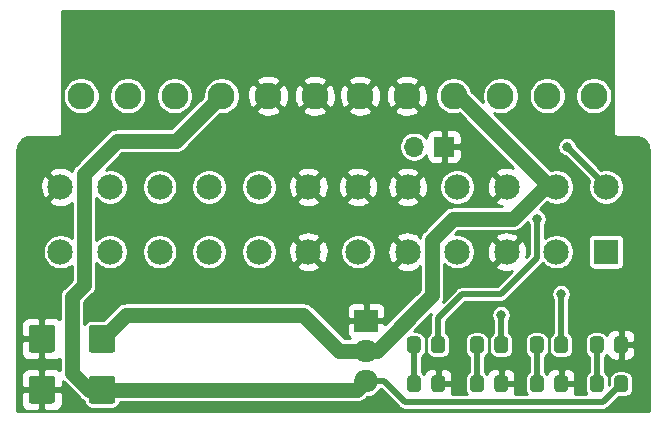
<source format=gbr>
%TF.GenerationSoftware,KiCad,Pcbnew,(5.1.6)-1*%
%TF.CreationDate,2022-11-08T14:58:38-05:00*%
%TF.ProjectId,PICO-AT,5049434f-2d41-4542-9e6b-696361645f70,rev?*%
%TF.SameCoordinates,Original*%
%TF.FileFunction,Copper,L4,Bot*%
%TF.FilePolarity,Positive*%
%FSLAX46Y46*%
G04 Gerber Fmt 4.6, Leading zero omitted, Abs format (unit mm)*
G04 Created by KiCad (PCBNEW (5.1.6)-1) date 2022-11-08 14:58:38*
%MOMM*%
%LPD*%
G01*
G04 APERTURE LIST*
%TA.AperFunction,ComponentPad*%
%ADD10C,2.280000*%
%TD*%
%TA.AperFunction,ComponentPad*%
%ADD11R,2.150000X2.150000*%
%TD*%
%TA.AperFunction,ComponentPad*%
%ADD12C,2.150000*%
%TD*%
%TA.AperFunction,ComponentPad*%
%ADD13R,2.000000X1.905000*%
%TD*%
%TA.AperFunction,ComponentPad*%
%ADD14O,2.000000X1.905000*%
%TD*%
%TA.AperFunction,ComponentPad*%
%ADD15R,1.700000X1.700000*%
%TD*%
%TA.AperFunction,ComponentPad*%
%ADD16O,1.700000X1.700000*%
%TD*%
%TA.AperFunction,ViaPad*%
%ADD17C,0.800000*%
%TD*%
%TA.AperFunction,Conductor*%
%ADD18C,1.250000*%
%TD*%
%TA.AperFunction,Conductor*%
%ADD19C,0.500000*%
%TD*%
%TA.AperFunction,Conductor*%
%ADD20C,0.254000*%
%TD*%
G04 APERTURE END LIST*
%TO.P,C1,2*%
%TO.N,/-12V*%
%TA.AperFunction,SMDPad,CuDef*%
G36*
G01*
X128161000Y-115987001D02*
X128161000Y-114136999D01*
G75*
G02*
X128410999Y-113887000I249999J0D01*
G01*
X130161001Y-113887000D01*
G75*
G02*
X130411000Y-114136999I0J-249999D01*
G01*
X130411000Y-115987001D01*
G75*
G02*
X130161001Y-116237000I-249999J0D01*
G01*
X128410999Y-116237000D01*
G75*
G02*
X128161000Y-115987001I0J249999D01*
G01*
G37*
%TD.AperFunction*%
%TO.P,C1,1*%
%TO.N,/GND*%
%TA.AperFunction,SMDPad,CuDef*%
G36*
G01*
X123061000Y-115987001D02*
X123061000Y-114136999D01*
G75*
G02*
X123310999Y-113887000I249999J0D01*
G01*
X125061001Y-113887000D01*
G75*
G02*
X125311000Y-114136999I0J-249999D01*
G01*
X125311000Y-115987001D01*
G75*
G02*
X125061001Y-116237000I-249999J0D01*
G01*
X123310999Y-116237000D01*
G75*
G02*
X123061000Y-115987001I0J249999D01*
G01*
G37*
%TD.AperFunction*%
%TD*%
%TO.P,C2,1*%
%TO.N,/GND*%
%TA.AperFunction,SMDPad,CuDef*%
G36*
G01*
X123061000Y-120305001D02*
X123061000Y-118454999D01*
G75*
G02*
X123310999Y-118205000I249999J0D01*
G01*
X125061001Y-118205000D01*
G75*
G02*
X125311000Y-118454999I0J-249999D01*
G01*
X125311000Y-120305001D01*
G75*
G02*
X125061001Y-120555000I-249999J0D01*
G01*
X123310999Y-120555000D01*
G75*
G02*
X123061000Y-120305001I0J249999D01*
G01*
G37*
%TD.AperFunction*%
%TO.P,C2,2*%
%TO.N,/-5V*%
%TA.AperFunction,SMDPad,CuDef*%
G36*
G01*
X128161000Y-120305001D02*
X128161000Y-118454999D01*
G75*
G02*
X128410999Y-118205000I249999J0D01*
G01*
X130161001Y-118205000D01*
G75*
G02*
X130411000Y-118454999I0J-249999D01*
G01*
X130411000Y-120305001D01*
G75*
G02*
X130161001Y-120555000I-249999J0D01*
G01*
X128410999Y-120555000D01*
G75*
G02*
X128161000Y-120305001I0J249999D01*
G01*
G37*
%TD.AperFunction*%
%TD*%
%TO.P,-5V,1*%
%TO.N,/-5V*%
%TA.AperFunction,SMDPad,CuDef*%
G36*
G01*
X173803000Y-118421999D02*
X173803000Y-119322001D01*
G75*
G02*
X173553001Y-119572000I-249999J0D01*
G01*
X172902999Y-119572000D01*
G75*
G02*
X172653000Y-119322001I0J249999D01*
G01*
X172653000Y-118421999D01*
G75*
G02*
X172902999Y-118172000I249999J0D01*
G01*
X173553001Y-118172000D01*
G75*
G02*
X173803000Y-118421999I0J-249999D01*
G01*
G37*
%TD.AperFunction*%
%TO.P,-5V,2*%
%TO.N,Net-(D1-Pad2)*%
%TA.AperFunction,SMDPad,CuDef*%
G36*
G01*
X171753000Y-118421999D02*
X171753000Y-119322001D01*
G75*
G02*
X171503001Y-119572000I-249999J0D01*
G01*
X170852999Y-119572000D01*
G75*
G02*
X170603000Y-119322001I0J249999D01*
G01*
X170603000Y-118421999D01*
G75*
G02*
X170852999Y-118172000I249999J0D01*
G01*
X171503001Y-118172000D01*
G75*
G02*
X171753000Y-118421999I0J-249999D01*
G01*
G37*
%TD.AperFunction*%
%TD*%
%TO.P,5V,2*%
%TO.N,Net-(D2-Pad2)*%
%TA.AperFunction,SMDPad,CuDef*%
G36*
G01*
X166682000Y-118421999D02*
X166682000Y-119322001D01*
G75*
G02*
X166432001Y-119572000I-249999J0D01*
G01*
X165781999Y-119572000D01*
G75*
G02*
X165532000Y-119322001I0J249999D01*
G01*
X165532000Y-118421999D01*
G75*
G02*
X165781999Y-118172000I249999J0D01*
G01*
X166432001Y-118172000D01*
G75*
G02*
X166682000Y-118421999I0J-249999D01*
G01*
G37*
%TD.AperFunction*%
%TO.P,5V,1*%
%TO.N,/GND*%
%TA.AperFunction,SMDPad,CuDef*%
G36*
G01*
X168732000Y-118421999D02*
X168732000Y-119322001D01*
G75*
G02*
X168482001Y-119572000I-249999J0D01*
G01*
X167831999Y-119572000D01*
G75*
G02*
X167582000Y-119322001I0J249999D01*
G01*
X167582000Y-118421999D01*
G75*
G02*
X167831999Y-118172000I249999J0D01*
G01*
X168482001Y-118172000D01*
G75*
G02*
X168732000Y-118421999I0J-249999D01*
G01*
G37*
%TD.AperFunction*%
%TD*%
%TO.P,12V,1*%
%TO.N,/GND*%
%TA.AperFunction,SMDPad,CuDef*%
G36*
G01*
X163652000Y-118421999D02*
X163652000Y-119322001D01*
G75*
G02*
X163402001Y-119572000I-249999J0D01*
G01*
X162751999Y-119572000D01*
G75*
G02*
X162502000Y-119322001I0J249999D01*
G01*
X162502000Y-118421999D01*
G75*
G02*
X162751999Y-118172000I249999J0D01*
G01*
X163402001Y-118172000D01*
G75*
G02*
X163652000Y-118421999I0J-249999D01*
G01*
G37*
%TD.AperFunction*%
%TO.P,12V,2*%
%TO.N,Net-(D3-Pad2)*%
%TA.AperFunction,SMDPad,CuDef*%
G36*
G01*
X161602000Y-118421999D02*
X161602000Y-119322001D01*
G75*
G02*
X161352001Y-119572000I-249999J0D01*
G01*
X160701999Y-119572000D01*
G75*
G02*
X160452000Y-119322001I0J249999D01*
G01*
X160452000Y-118421999D01*
G75*
G02*
X160701999Y-118172000I249999J0D01*
G01*
X161352001Y-118172000D01*
G75*
G02*
X161602000Y-118421999I0J-249999D01*
G01*
G37*
%TD.AperFunction*%
%TD*%
%TO.P,PG,2*%
%TO.N,Net-(D4-Pad2)*%
%TA.AperFunction,SMDPad,CuDef*%
G36*
G01*
X156268000Y-118421999D02*
X156268000Y-119322001D01*
G75*
G02*
X156018001Y-119572000I-249999J0D01*
G01*
X155367999Y-119572000D01*
G75*
G02*
X155118000Y-119322001I0J249999D01*
G01*
X155118000Y-118421999D01*
G75*
G02*
X155367999Y-118172000I249999J0D01*
G01*
X156018001Y-118172000D01*
G75*
G02*
X156268000Y-118421999I0J-249999D01*
G01*
G37*
%TD.AperFunction*%
%TO.P,PG,1*%
%TO.N,/GND*%
%TA.AperFunction,SMDPad,CuDef*%
G36*
G01*
X158318000Y-118421999D02*
X158318000Y-119322001D01*
G75*
G02*
X158068001Y-119572000I-249999J0D01*
G01*
X157417999Y-119572000D01*
G75*
G02*
X157168000Y-119322001I0J249999D01*
G01*
X157168000Y-118421999D01*
G75*
G02*
X157417999Y-118172000I249999J0D01*
G01*
X158068001Y-118172000D01*
G75*
G02*
X158318000Y-118421999I0J-249999D01*
G01*
G37*
%TD.AperFunction*%
%TD*%
D10*
%TO.P,J1,1*%
%TO.N,/GND*%
X151130000Y-94488000D03*
%TO.P,J1,2*%
X155090000Y-94488000D03*
%TO.P,J1,3*%
%TO.N,/-12V*%
X159050000Y-94488000D03*
%TO.P,J1,4*%
%TO.N,/12V*%
X163010000Y-94488000D03*
%TO.P,J1,5*%
%TO.N,/5V*%
X166970000Y-94488000D03*
%TO.P,J1,6*%
%TO.N,/PG*%
X170930000Y-94488000D03*
%TD*%
%TO.P,J2,6*%
%TO.N,/GND*%
X147308000Y-94488000D03*
%TO.P,J2,5*%
X143348000Y-94488000D03*
%TO.P,J2,4*%
%TO.N,/-5V*%
X139388000Y-94488000D03*
%TO.P,J2,3*%
%TO.N,/5V*%
X135428000Y-94488000D03*
%TO.P,J2,2*%
X131468000Y-94488000D03*
%TO.P,J2,1*%
X127508000Y-94488000D03*
%TD*%
D11*
%TO.P,J3,1*%
%TO.N,/3.3V*%
X171958000Y-107696000D03*
D12*
%TO.P,J3,2*%
X167758000Y-107696000D03*
%TO.P,J3,3*%
%TO.N,/GND*%
X163558000Y-107696000D03*
%TO.P,J3,4*%
%TO.N,/5V*%
X159358000Y-107696000D03*
%TO.P,J3,5*%
%TO.N,/GND*%
X155158000Y-107696000D03*
%TO.P,J3,6*%
%TO.N,/5V*%
X150958000Y-107696000D03*
%TO.P,J3,7*%
%TO.N,/GND*%
X146758000Y-107696000D03*
%TO.P,J3,8*%
%TO.N,/PG*%
X142558000Y-107696000D03*
%TO.P,J3,9*%
%TO.N,/5VSB*%
X138358000Y-107696000D03*
%TO.P,J3,10*%
%TO.N,/12V*%
X134158000Y-107696000D03*
%TO.P,J3,11*%
X129958000Y-107696000D03*
%TO.P,J3,12*%
%TO.N,/3.3V*%
X125758000Y-107696000D03*
%TO.P,J3,13*%
X171958000Y-102196000D03*
%TO.P,J3,14*%
%TO.N,/-12V*%
X167758000Y-102196000D03*
%TO.P,J3,15*%
%TO.N,/GND*%
X163558000Y-102196000D03*
%TO.P,J3,16*%
%TO.N,/PS-ON*%
X159358000Y-102196000D03*
%TO.P,J3,17*%
%TO.N,/GND*%
X155158000Y-102196000D03*
%TO.P,J3,18*%
X150958000Y-102196000D03*
%TO.P,J3,19*%
X146758000Y-102196000D03*
%TO.P,J3,20*%
%TO.N,Net-(J3-Pad20)*%
X142558000Y-102196000D03*
%TO.P,J3,21*%
%TO.N,/5V*%
X138358000Y-102196000D03*
%TO.P,J3,22*%
X134158000Y-102196000D03*
%TO.P,J3,23*%
X129958000Y-102196000D03*
%TO.P,J3,24*%
%TO.N,/GND*%
X125758000Y-102196000D03*
%TD*%
%TO.P,R1,1*%
%TO.N,/GND*%
%TA.AperFunction,SMDPad,CuDef*%
G36*
G01*
X173803000Y-115119999D02*
X173803000Y-116020001D01*
G75*
G02*
X173553001Y-116270000I-249999J0D01*
G01*
X172902999Y-116270000D01*
G75*
G02*
X172653000Y-116020001I0J249999D01*
G01*
X172653000Y-115119999D01*
G75*
G02*
X172902999Y-114870000I249999J0D01*
G01*
X173553001Y-114870000D01*
G75*
G02*
X173803000Y-115119999I0J-249999D01*
G01*
G37*
%TD.AperFunction*%
%TO.P,R1,2*%
%TO.N,Net-(D1-Pad2)*%
%TA.AperFunction,SMDPad,CuDef*%
G36*
G01*
X171753000Y-115119999D02*
X171753000Y-116020001D01*
G75*
G02*
X171503001Y-116270000I-249999J0D01*
G01*
X170852999Y-116270000D01*
G75*
G02*
X170603000Y-116020001I0J249999D01*
G01*
X170603000Y-115119999D01*
G75*
G02*
X170852999Y-114870000I249999J0D01*
G01*
X171503001Y-114870000D01*
G75*
G02*
X171753000Y-115119999I0J-249999D01*
G01*
G37*
%TD.AperFunction*%
%TD*%
%TO.P,R2,2*%
%TO.N,Net-(D2-Pad2)*%
%TA.AperFunction,SMDPad,CuDef*%
G36*
G01*
X166673000Y-115119999D02*
X166673000Y-116020001D01*
G75*
G02*
X166423001Y-116270000I-249999J0D01*
G01*
X165772999Y-116270000D01*
G75*
G02*
X165523000Y-116020001I0J249999D01*
G01*
X165523000Y-115119999D01*
G75*
G02*
X165772999Y-114870000I249999J0D01*
G01*
X166423001Y-114870000D01*
G75*
G02*
X166673000Y-115119999I0J-249999D01*
G01*
G37*
%TD.AperFunction*%
%TO.P,R2,1*%
%TO.N,/5V*%
%TA.AperFunction,SMDPad,CuDef*%
G36*
G01*
X168723000Y-115119999D02*
X168723000Y-116020001D01*
G75*
G02*
X168473001Y-116270000I-249999J0D01*
G01*
X167822999Y-116270000D01*
G75*
G02*
X167573000Y-116020001I0J249999D01*
G01*
X167573000Y-115119999D01*
G75*
G02*
X167822999Y-114870000I249999J0D01*
G01*
X168473001Y-114870000D01*
G75*
G02*
X168723000Y-115119999I0J-249999D01*
G01*
G37*
%TD.AperFunction*%
%TD*%
%TO.P,R3,1*%
%TO.N,/12V*%
%TA.AperFunction,SMDPad,CuDef*%
G36*
G01*
X163652000Y-115119999D02*
X163652000Y-116020001D01*
G75*
G02*
X163402001Y-116270000I-249999J0D01*
G01*
X162751999Y-116270000D01*
G75*
G02*
X162502000Y-116020001I0J249999D01*
G01*
X162502000Y-115119999D01*
G75*
G02*
X162751999Y-114870000I249999J0D01*
G01*
X163402001Y-114870000D01*
G75*
G02*
X163652000Y-115119999I0J-249999D01*
G01*
G37*
%TD.AperFunction*%
%TO.P,R3,2*%
%TO.N,Net-(D3-Pad2)*%
%TA.AperFunction,SMDPad,CuDef*%
G36*
G01*
X161602000Y-115119999D02*
X161602000Y-116020001D01*
G75*
G02*
X161352001Y-116270000I-249999J0D01*
G01*
X160701999Y-116270000D01*
G75*
G02*
X160452000Y-116020001I0J249999D01*
G01*
X160452000Y-115119999D01*
G75*
G02*
X160701999Y-114870000I249999J0D01*
G01*
X161352001Y-114870000D01*
G75*
G02*
X161602000Y-115119999I0J-249999D01*
G01*
G37*
%TD.AperFunction*%
%TD*%
%TO.P,R4,2*%
%TO.N,Net-(D4-Pad2)*%
%TA.AperFunction,SMDPad,CuDef*%
G36*
G01*
X156259000Y-115119999D02*
X156259000Y-116020001D01*
G75*
G02*
X156009001Y-116270000I-249999J0D01*
G01*
X155358999Y-116270000D01*
G75*
G02*
X155109000Y-116020001I0J249999D01*
G01*
X155109000Y-115119999D01*
G75*
G02*
X155358999Y-114870000I249999J0D01*
G01*
X156009001Y-114870000D01*
G75*
G02*
X156259000Y-115119999I0J-249999D01*
G01*
G37*
%TD.AperFunction*%
%TO.P,R4,1*%
%TO.N,/PG*%
%TA.AperFunction,SMDPad,CuDef*%
G36*
G01*
X158309000Y-115119999D02*
X158309000Y-116020001D01*
G75*
G02*
X158059001Y-116270000I-249999J0D01*
G01*
X157408999Y-116270000D01*
G75*
G02*
X157159000Y-116020001I0J249999D01*
G01*
X157159000Y-115119999D01*
G75*
G02*
X157408999Y-114870000I249999J0D01*
G01*
X158059001Y-114870000D01*
G75*
G02*
X158309000Y-115119999I0J-249999D01*
G01*
G37*
%TD.AperFunction*%
%TD*%
D13*
%TO.P,U1,1*%
%TO.N,/GND*%
X151638000Y-113538000D03*
D14*
%TO.P,U1,2*%
%TO.N,/-12V*%
X151638000Y-116078000D03*
%TO.P,U1,3*%
%TO.N,/-5V*%
X151638000Y-118618000D03*
%TD*%
D15*
%TO.P,PWR,1*%
%TO.N,/GND*%
X158242000Y-98806000D03*
D16*
%TO.P,PWR,2*%
%TO.N,Net-(IC1-Pad1)*%
X155702000Y-98806000D03*
%TD*%
D17*
%TO.N,/12V*%
X163068000Y-113030000D03*
%TO.N,/5V*%
X168148000Y-111252000D03*
%TO.N,/PG*%
X166116000Y-104902000D03*
%TO.N,/3.3V*%
X168656000Y-98806000D03*
%TD*%
D18*
%TO.N,/-12V*%
X152535502Y-116078000D02*
X151638000Y-116078000D01*
X167758000Y-102196000D02*
X166790000Y-102196000D01*
X164084000Y-104902000D02*
X159004000Y-104902000D01*
X166790000Y-102196000D02*
X164084000Y-104902000D01*
X159004000Y-104902000D02*
X157226000Y-106680000D01*
X157226000Y-111387502D02*
X152535502Y-116078000D01*
X157226000Y-106680000D02*
X157226000Y-111387502D01*
X167220000Y-102196000D02*
X167758000Y-102196000D01*
X159050000Y-94488000D02*
X159512000Y-94488000D01*
X159512000Y-94488000D02*
X167220000Y-102196000D01*
X149388000Y-116078000D02*
X151638000Y-116078000D01*
X146340000Y-113030000D02*
X149388000Y-116078000D01*
X129286000Y-115062000D02*
X131318000Y-113030000D01*
X131318000Y-113030000D02*
X146340000Y-113030000D01*
D19*
%TO.N,/-5V*%
X171704000Y-120396000D02*
X173228000Y-118872000D01*
X151638000Y-118618000D02*
X153138000Y-118618000D01*
X154916000Y-120396000D02*
X171704000Y-120396000D01*
X153138000Y-118618000D02*
X154916000Y-120396000D01*
D18*
X150876000Y-119380000D02*
X151638000Y-118618000D01*
X129286000Y-119380000D02*
X150876000Y-119380000D01*
X135578000Y-98298000D02*
X139388000Y-94488000D01*
X127762000Y-101092000D02*
X130556000Y-98298000D01*
X128161000Y-119380000D02*
X126746000Y-117965000D01*
X129286000Y-119380000D02*
X128161000Y-119380000D01*
X126746000Y-117965000D02*
X126746000Y-111506000D01*
X130556000Y-98298000D02*
X135578000Y-98298000D01*
X126746000Y-111506000D02*
X127762000Y-110490000D01*
X127762000Y-110490000D02*
X127762000Y-101092000D01*
D19*
%TO.N,Net-(D1-Pad2)*%
X171178000Y-115570000D02*
X171178000Y-118872000D01*
%TO.N,Net-(D2-Pad2)*%
X166098000Y-118863000D02*
X166107000Y-118872000D01*
X166098000Y-115570000D02*
X166098000Y-118863000D01*
%TO.N,Net-(D3-Pad2)*%
X161027000Y-115570000D02*
X161027000Y-118872000D01*
%TO.N,Net-(D4-Pad2)*%
X155684000Y-118863000D02*
X155693000Y-118872000D01*
X155684000Y-115570000D02*
X155684000Y-118863000D01*
%TO.N,/12V*%
X163068000Y-115561000D02*
X163077000Y-115570000D01*
X163068000Y-113030000D02*
X163068000Y-115561000D01*
%TO.N,/5V*%
X168148000Y-111252000D02*
X168148000Y-115570000D01*
%TO.N,/PG*%
X163048999Y-111271001D02*
X166116000Y-108204000D01*
X159746999Y-111271001D02*
X163048999Y-111271001D01*
X157734000Y-115570000D02*
X157734000Y-113284000D01*
X166116000Y-108204000D02*
X166116000Y-104902000D01*
X157734000Y-113284000D02*
X159746999Y-111271001D01*
%TO.N,/3.3V*%
X171958000Y-102196000D02*
X171958000Y-102108000D01*
X171958000Y-102108000D02*
X168656000Y-98806000D01*
%TD*%
D20*
%TO.N,/GND*%
G36*
X172522000Y-97513795D02*
G01*
X172519813Y-97536000D01*
X172528540Y-97624607D01*
X172554386Y-97709810D01*
X172596357Y-97788333D01*
X172642825Y-97844954D01*
X172652841Y-97857159D01*
X172721667Y-97913643D01*
X172800190Y-97955614D01*
X172885393Y-97981460D01*
X172974000Y-97990187D01*
X172996205Y-97988000D01*
X174475892Y-97988000D01*
X174705800Y-98010542D01*
X174905678Y-98070889D01*
X175090039Y-98168916D01*
X175251839Y-98300876D01*
X175384932Y-98461759D01*
X175484240Y-98645425D01*
X175545981Y-98844878D01*
X175570001Y-99073411D01*
X175570000Y-121214000D01*
X122118000Y-121214000D01*
X122118000Y-120555000D01*
X122422928Y-120555000D01*
X122435188Y-120679482D01*
X122471498Y-120799180D01*
X122530463Y-120909494D01*
X122609815Y-121006185D01*
X122706506Y-121085537D01*
X122816820Y-121144502D01*
X122936518Y-121180812D01*
X123061000Y-121193072D01*
X123900250Y-121190000D01*
X124059000Y-121031250D01*
X124059000Y-119507000D01*
X124313000Y-119507000D01*
X124313000Y-121031250D01*
X124471750Y-121190000D01*
X125311000Y-121193072D01*
X125435482Y-121180812D01*
X125555180Y-121144502D01*
X125665494Y-121085537D01*
X125762185Y-121006185D01*
X125841537Y-120909494D01*
X125900502Y-120799180D01*
X125936812Y-120679482D01*
X125949072Y-120555000D01*
X125946000Y-119665750D01*
X125787250Y-119507000D01*
X124313000Y-119507000D01*
X124059000Y-119507000D01*
X122584750Y-119507000D01*
X122426000Y-119665750D01*
X122422928Y-120555000D01*
X122118000Y-120555000D01*
X122118000Y-118205000D01*
X122422928Y-118205000D01*
X122426000Y-119094250D01*
X122584750Y-119253000D01*
X124059000Y-119253000D01*
X124059000Y-117728750D01*
X123900250Y-117570000D01*
X123061000Y-117566928D01*
X122936518Y-117579188D01*
X122816820Y-117615498D01*
X122706506Y-117674463D01*
X122609815Y-117753815D01*
X122530463Y-117850506D01*
X122471498Y-117960820D01*
X122435188Y-118080518D01*
X122422928Y-118205000D01*
X122118000Y-118205000D01*
X122118000Y-116237000D01*
X122422928Y-116237000D01*
X122435188Y-116361482D01*
X122471498Y-116481180D01*
X122530463Y-116591494D01*
X122609815Y-116688185D01*
X122706506Y-116767537D01*
X122816820Y-116826502D01*
X122936518Y-116862812D01*
X123061000Y-116875072D01*
X123900250Y-116872000D01*
X124059000Y-116713250D01*
X124059000Y-115189000D01*
X122584750Y-115189000D01*
X122426000Y-115347750D01*
X122422928Y-116237000D01*
X122118000Y-116237000D01*
X122118000Y-113887000D01*
X122422928Y-113887000D01*
X122426000Y-114776250D01*
X122584750Y-114935000D01*
X124059000Y-114935000D01*
X124059000Y-113410750D01*
X123900250Y-113252000D01*
X123061000Y-113248928D01*
X122936518Y-113261188D01*
X122816820Y-113297498D01*
X122706506Y-113356463D01*
X122609815Y-113435815D01*
X122530463Y-113532506D01*
X122471498Y-113642820D01*
X122435188Y-113762518D01*
X122422928Y-113887000D01*
X122118000Y-113887000D01*
X122118000Y-107548066D01*
X124256000Y-107548066D01*
X124256000Y-107843934D01*
X124313721Y-108134117D01*
X124426944Y-108407464D01*
X124591320Y-108653469D01*
X124800531Y-108862680D01*
X125046536Y-109027056D01*
X125319883Y-109140279D01*
X125610066Y-109198000D01*
X125905934Y-109198000D01*
X126196117Y-109140279D01*
X126469464Y-109027056D01*
X126710000Y-108866334D01*
X126710000Y-110054248D01*
X126038675Y-110725574D01*
X125998525Y-110758524D01*
X125867063Y-110918712D01*
X125817910Y-111010671D01*
X125769376Y-111101470D01*
X125709222Y-111299773D01*
X125688910Y-111506000D01*
X125694001Y-111557689D01*
X125694001Y-113379858D01*
X125665494Y-113356463D01*
X125555180Y-113297498D01*
X125435482Y-113261188D01*
X125311000Y-113248928D01*
X124471750Y-113252000D01*
X124313000Y-113410750D01*
X124313000Y-114935000D01*
X124333000Y-114935000D01*
X124333000Y-115189000D01*
X124313000Y-115189000D01*
X124313000Y-116713250D01*
X124471750Y-116872000D01*
X125311000Y-116875072D01*
X125435482Y-116862812D01*
X125555180Y-116826502D01*
X125665494Y-116767537D01*
X125694000Y-116744143D01*
X125694000Y-117697857D01*
X125665494Y-117674463D01*
X125555180Y-117615498D01*
X125435482Y-117579188D01*
X125311000Y-117566928D01*
X124471750Y-117570000D01*
X124313000Y-117728750D01*
X124313000Y-119253000D01*
X125787250Y-119253000D01*
X125946000Y-119094250D01*
X125947534Y-118650343D01*
X125998524Y-118712476D01*
X126038679Y-118745431D01*
X127380574Y-120087326D01*
X127413524Y-120127476D01*
X127573712Y-120258938D01*
X127735938Y-120345650D01*
X127744982Y-120437480D01*
X127783625Y-120564868D01*
X127846377Y-120682269D01*
X127930828Y-120785172D01*
X128033731Y-120869623D01*
X128151132Y-120932375D01*
X128278520Y-120971018D01*
X128410999Y-120984066D01*
X130161001Y-120984066D01*
X130293480Y-120971018D01*
X130420868Y-120932375D01*
X130538269Y-120869623D01*
X130641172Y-120785172D01*
X130725623Y-120682269D01*
X130788375Y-120564868D01*
X130827018Y-120437480D01*
X130827558Y-120432000D01*
X150824321Y-120432000D01*
X150876000Y-120437090D01*
X150927679Y-120432000D01*
X151082228Y-120416778D01*
X151280531Y-120356624D01*
X151463288Y-120258938D01*
X151623476Y-120127476D01*
X151656430Y-120087321D01*
X151746251Y-119997500D01*
X151753262Y-119997500D01*
X151955929Y-119977539D01*
X152215966Y-119898658D01*
X152455617Y-119770562D01*
X152665673Y-119598173D01*
X152838062Y-119388117D01*
X152877295Y-119314717D01*
X154413778Y-120851201D01*
X154434973Y-120877027D01*
X154460799Y-120898222D01*
X154460801Y-120898224D01*
X154538059Y-120961628D01*
X154655670Y-121024492D01*
X154783285Y-121063204D01*
X154916000Y-121076275D01*
X154949252Y-121073000D01*
X171670755Y-121073000D01*
X171704000Y-121076274D01*
X171737245Y-121073000D01*
X171737252Y-121073000D01*
X171836715Y-121063204D01*
X171964330Y-121024492D01*
X172081941Y-120961628D01*
X172185027Y-120877027D01*
X172206226Y-120851196D01*
X173056356Y-120001066D01*
X173553001Y-120001066D01*
X173685480Y-119988018D01*
X173812868Y-119949375D01*
X173930269Y-119886623D01*
X174033172Y-119802172D01*
X174117623Y-119699269D01*
X174180375Y-119581868D01*
X174219018Y-119454480D01*
X174232066Y-119322001D01*
X174232066Y-118421999D01*
X174219018Y-118289520D01*
X174180375Y-118162132D01*
X174117623Y-118044731D01*
X174033172Y-117941828D01*
X173930269Y-117857377D01*
X173812868Y-117794625D01*
X173685480Y-117755982D01*
X173553001Y-117742934D01*
X172902999Y-117742934D01*
X172770520Y-117755982D01*
X172643132Y-117794625D01*
X172525731Y-117857377D01*
X172422828Y-117941828D01*
X172338377Y-118044731D01*
X172275625Y-118162132D01*
X172236982Y-118289520D01*
X172223934Y-118421999D01*
X172223934Y-118918644D01*
X172182066Y-118960512D01*
X172182066Y-118421999D01*
X172169018Y-118289520D01*
X172130375Y-118162132D01*
X172067623Y-118044731D01*
X171983172Y-117941828D01*
X171880269Y-117857377D01*
X171855000Y-117843870D01*
X171855000Y-116598130D01*
X171880269Y-116584623D01*
X171983172Y-116500172D01*
X172038718Y-116432490D01*
X172063498Y-116514180D01*
X172122463Y-116624494D01*
X172201815Y-116721185D01*
X172298506Y-116800537D01*
X172408820Y-116859502D01*
X172528518Y-116895812D01*
X172653000Y-116908072D01*
X172942250Y-116905000D01*
X173101000Y-116746250D01*
X173101000Y-115697000D01*
X173355000Y-115697000D01*
X173355000Y-116746250D01*
X173513750Y-116905000D01*
X173803000Y-116908072D01*
X173927482Y-116895812D01*
X174047180Y-116859502D01*
X174157494Y-116800537D01*
X174254185Y-116721185D01*
X174333537Y-116624494D01*
X174392502Y-116514180D01*
X174428812Y-116394482D01*
X174441072Y-116270000D01*
X174438000Y-115855750D01*
X174279250Y-115697000D01*
X173355000Y-115697000D01*
X173101000Y-115697000D01*
X173081000Y-115697000D01*
X173081000Y-115443000D01*
X173101000Y-115443000D01*
X173101000Y-114393750D01*
X173355000Y-114393750D01*
X173355000Y-115443000D01*
X174279250Y-115443000D01*
X174438000Y-115284250D01*
X174441072Y-114870000D01*
X174428812Y-114745518D01*
X174392502Y-114625820D01*
X174333537Y-114515506D01*
X174254185Y-114418815D01*
X174157494Y-114339463D01*
X174047180Y-114280498D01*
X173927482Y-114244188D01*
X173803000Y-114231928D01*
X173513750Y-114235000D01*
X173355000Y-114393750D01*
X173101000Y-114393750D01*
X172942250Y-114235000D01*
X172653000Y-114231928D01*
X172528518Y-114244188D01*
X172408820Y-114280498D01*
X172298506Y-114339463D01*
X172201815Y-114418815D01*
X172122463Y-114515506D01*
X172063498Y-114625820D01*
X172038718Y-114707510D01*
X171983172Y-114639828D01*
X171880269Y-114555377D01*
X171762868Y-114492625D01*
X171635480Y-114453982D01*
X171503001Y-114440934D01*
X170852999Y-114440934D01*
X170720520Y-114453982D01*
X170593132Y-114492625D01*
X170475731Y-114555377D01*
X170372828Y-114639828D01*
X170288377Y-114742731D01*
X170225625Y-114860132D01*
X170186982Y-114987520D01*
X170173934Y-115119999D01*
X170173934Y-116020001D01*
X170186982Y-116152480D01*
X170225625Y-116279868D01*
X170288377Y-116397269D01*
X170372828Y-116500172D01*
X170475731Y-116584623D01*
X170501000Y-116598130D01*
X170501001Y-117843870D01*
X170475731Y-117857377D01*
X170372828Y-117941828D01*
X170288377Y-118044731D01*
X170225625Y-118162132D01*
X170186982Y-118289520D01*
X170173934Y-118421999D01*
X170173934Y-119322001D01*
X170186982Y-119454480D01*
X170225625Y-119581868D01*
X170288377Y-119699269D01*
X170304570Y-119719000D01*
X169350981Y-119719000D01*
X169357812Y-119696482D01*
X169370072Y-119572000D01*
X169367000Y-119157750D01*
X169208250Y-118999000D01*
X168284000Y-118999000D01*
X168284000Y-119019000D01*
X168030000Y-119019000D01*
X168030000Y-118999000D01*
X168010000Y-118999000D01*
X168010000Y-118745000D01*
X168030000Y-118745000D01*
X168030000Y-117695750D01*
X168284000Y-117695750D01*
X168284000Y-118745000D01*
X169208250Y-118745000D01*
X169367000Y-118586250D01*
X169370072Y-118172000D01*
X169357812Y-118047518D01*
X169321502Y-117927820D01*
X169262537Y-117817506D01*
X169183185Y-117720815D01*
X169086494Y-117641463D01*
X168976180Y-117582498D01*
X168856482Y-117546188D01*
X168732000Y-117533928D01*
X168442750Y-117537000D01*
X168284000Y-117695750D01*
X168030000Y-117695750D01*
X167871250Y-117537000D01*
X167582000Y-117533928D01*
X167457518Y-117546188D01*
X167337820Y-117582498D01*
X167227506Y-117641463D01*
X167130815Y-117720815D01*
X167051463Y-117817506D01*
X166992498Y-117927820D01*
X166967718Y-118009510D01*
X166912172Y-117941828D01*
X166809269Y-117857377D01*
X166775000Y-117839060D01*
X166775000Y-116598130D01*
X166800269Y-116584623D01*
X166903172Y-116500172D01*
X166987623Y-116397269D01*
X167050375Y-116279868D01*
X167089018Y-116152480D01*
X167102066Y-116020001D01*
X167102066Y-115119999D01*
X167143934Y-115119999D01*
X167143934Y-116020001D01*
X167156982Y-116152480D01*
X167195625Y-116279868D01*
X167258377Y-116397269D01*
X167342828Y-116500172D01*
X167445731Y-116584623D01*
X167563132Y-116647375D01*
X167690520Y-116686018D01*
X167822999Y-116699066D01*
X168473001Y-116699066D01*
X168605480Y-116686018D01*
X168732868Y-116647375D01*
X168850269Y-116584623D01*
X168953172Y-116500172D01*
X169037623Y-116397269D01*
X169100375Y-116279868D01*
X169139018Y-116152480D01*
X169152066Y-116020001D01*
X169152066Y-115119999D01*
X169139018Y-114987520D01*
X169100375Y-114860132D01*
X169037623Y-114742731D01*
X168953172Y-114639828D01*
X168850269Y-114555377D01*
X168825000Y-114541870D01*
X168825000Y-111727357D01*
X168880877Y-111643731D01*
X168943218Y-111493227D01*
X168975000Y-111333452D01*
X168975000Y-111170548D01*
X168943218Y-111010773D01*
X168880877Y-110860269D01*
X168790372Y-110724819D01*
X168675181Y-110609628D01*
X168539731Y-110519123D01*
X168389227Y-110456782D01*
X168229452Y-110425000D01*
X168066548Y-110425000D01*
X167906773Y-110456782D01*
X167756269Y-110519123D01*
X167620819Y-110609628D01*
X167505628Y-110724819D01*
X167415123Y-110860269D01*
X167352782Y-111010773D01*
X167321000Y-111170548D01*
X167321000Y-111333452D01*
X167352782Y-111493227D01*
X167415123Y-111643731D01*
X167471000Y-111727357D01*
X167471001Y-114541870D01*
X167445731Y-114555377D01*
X167342828Y-114639828D01*
X167258377Y-114742731D01*
X167195625Y-114860132D01*
X167156982Y-114987520D01*
X167143934Y-115119999D01*
X167102066Y-115119999D01*
X167089018Y-114987520D01*
X167050375Y-114860132D01*
X166987623Y-114742731D01*
X166903172Y-114639828D01*
X166800269Y-114555377D01*
X166682868Y-114492625D01*
X166555480Y-114453982D01*
X166423001Y-114440934D01*
X165772999Y-114440934D01*
X165640520Y-114453982D01*
X165513132Y-114492625D01*
X165395731Y-114555377D01*
X165292828Y-114639828D01*
X165208377Y-114742731D01*
X165145625Y-114860132D01*
X165106982Y-114987520D01*
X165093934Y-115119999D01*
X165093934Y-116020001D01*
X165106982Y-116152480D01*
X165145625Y-116279868D01*
X165208377Y-116397269D01*
X165292828Y-116500172D01*
X165395731Y-116584623D01*
X165421000Y-116598130D01*
X165421001Y-117848681D01*
X165404731Y-117857377D01*
X165301828Y-117941828D01*
X165217377Y-118044731D01*
X165154625Y-118162132D01*
X165115982Y-118289520D01*
X165102934Y-118421999D01*
X165102934Y-119322001D01*
X165115982Y-119454480D01*
X165154625Y-119581868D01*
X165217377Y-119699269D01*
X165233570Y-119719000D01*
X164270981Y-119719000D01*
X164277812Y-119696482D01*
X164290072Y-119572000D01*
X164287000Y-119157750D01*
X164128250Y-118999000D01*
X163204000Y-118999000D01*
X163204000Y-119019000D01*
X162950000Y-119019000D01*
X162950000Y-118999000D01*
X162930000Y-118999000D01*
X162930000Y-118745000D01*
X162950000Y-118745000D01*
X162950000Y-117695750D01*
X163204000Y-117695750D01*
X163204000Y-118745000D01*
X164128250Y-118745000D01*
X164287000Y-118586250D01*
X164290072Y-118172000D01*
X164277812Y-118047518D01*
X164241502Y-117927820D01*
X164182537Y-117817506D01*
X164103185Y-117720815D01*
X164006494Y-117641463D01*
X163896180Y-117582498D01*
X163776482Y-117546188D01*
X163652000Y-117533928D01*
X163362750Y-117537000D01*
X163204000Y-117695750D01*
X162950000Y-117695750D01*
X162791250Y-117537000D01*
X162502000Y-117533928D01*
X162377518Y-117546188D01*
X162257820Y-117582498D01*
X162147506Y-117641463D01*
X162050815Y-117720815D01*
X161971463Y-117817506D01*
X161912498Y-117927820D01*
X161887718Y-118009510D01*
X161832172Y-117941828D01*
X161729269Y-117857377D01*
X161704000Y-117843870D01*
X161704000Y-116598130D01*
X161729269Y-116584623D01*
X161832172Y-116500172D01*
X161916623Y-116397269D01*
X161979375Y-116279868D01*
X162018018Y-116152480D01*
X162031066Y-116020001D01*
X162031066Y-115119999D01*
X162072934Y-115119999D01*
X162072934Y-116020001D01*
X162085982Y-116152480D01*
X162124625Y-116279868D01*
X162187377Y-116397269D01*
X162271828Y-116500172D01*
X162374731Y-116584623D01*
X162492132Y-116647375D01*
X162619520Y-116686018D01*
X162751999Y-116699066D01*
X163402001Y-116699066D01*
X163534480Y-116686018D01*
X163661868Y-116647375D01*
X163779269Y-116584623D01*
X163882172Y-116500172D01*
X163966623Y-116397269D01*
X164029375Y-116279868D01*
X164068018Y-116152480D01*
X164081066Y-116020001D01*
X164081066Y-115119999D01*
X164068018Y-114987520D01*
X164029375Y-114860132D01*
X163966623Y-114742731D01*
X163882172Y-114639828D01*
X163779269Y-114555377D01*
X163745000Y-114537060D01*
X163745000Y-113505357D01*
X163800877Y-113421731D01*
X163863218Y-113271227D01*
X163895000Y-113111452D01*
X163895000Y-112948548D01*
X163863218Y-112788773D01*
X163800877Y-112638269D01*
X163710372Y-112502819D01*
X163595181Y-112387628D01*
X163459731Y-112297123D01*
X163309227Y-112234782D01*
X163149452Y-112203000D01*
X162986548Y-112203000D01*
X162826773Y-112234782D01*
X162676269Y-112297123D01*
X162540819Y-112387628D01*
X162425628Y-112502819D01*
X162335123Y-112638269D01*
X162272782Y-112788773D01*
X162241000Y-112948548D01*
X162241000Y-113111452D01*
X162272782Y-113271227D01*
X162335123Y-113421731D01*
X162391000Y-113505357D01*
X162391001Y-114546681D01*
X162374731Y-114555377D01*
X162271828Y-114639828D01*
X162187377Y-114742731D01*
X162124625Y-114860132D01*
X162085982Y-114987520D01*
X162072934Y-115119999D01*
X162031066Y-115119999D01*
X162018018Y-114987520D01*
X161979375Y-114860132D01*
X161916623Y-114742731D01*
X161832172Y-114639828D01*
X161729269Y-114555377D01*
X161611868Y-114492625D01*
X161484480Y-114453982D01*
X161352001Y-114440934D01*
X160701999Y-114440934D01*
X160569520Y-114453982D01*
X160442132Y-114492625D01*
X160324731Y-114555377D01*
X160221828Y-114639828D01*
X160137377Y-114742731D01*
X160074625Y-114860132D01*
X160035982Y-114987520D01*
X160022934Y-115119999D01*
X160022934Y-116020001D01*
X160035982Y-116152480D01*
X160074625Y-116279868D01*
X160137377Y-116397269D01*
X160221828Y-116500172D01*
X160324731Y-116584623D01*
X160350000Y-116598130D01*
X160350001Y-117843870D01*
X160324731Y-117857377D01*
X160221828Y-117941828D01*
X160137377Y-118044731D01*
X160074625Y-118162132D01*
X160035982Y-118289520D01*
X160022934Y-118421999D01*
X160022934Y-119322001D01*
X160035982Y-119454480D01*
X160074625Y-119581868D01*
X160137377Y-119699269D01*
X160153570Y-119719000D01*
X158936981Y-119719000D01*
X158943812Y-119696482D01*
X158956072Y-119572000D01*
X158953000Y-119157750D01*
X158794250Y-118999000D01*
X157870000Y-118999000D01*
X157870000Y-119019000D01*
X157616000Y-119019000D01*
X157616000Y-118999000D01*
X157596000Y-118999000D01*
X157596000Y-118745000D01*
X157616000Y-118745000D01*
X157616000Y-117695750D01*
X157870000Y-117695750D01*
X157870000Y-118745000D01*
X158794250Y-118745000D01*
X158953000Y-118586250D01*
X158956072Y-118172000D01*
X158943812Y-118047518D01*
X158907502Y-117927820D01*
X158848537Y-117817506D01*
X158769185Y-117720815D01*
X158672494Y-117641463D01*
X158562180Y-117582498D01*
X158442482Y-117546188D01*
X158318000Y-117533928D01*
X158028750Y-117537000D01*
X157870000Y-117695750D01*
X157616000Y-117695750D01*
X157457250Y-117537000D01*
X157168000Y-117533928D01*
X157043518Y-117546188D01*
X156923820Y-117582498D01*
X156813506Y-117641463D01*
X156716815Y-117720815D01*
X156637463Y-117817506D01*
X156578498Y-117927820D01*
X156553718Y-118009510D01*
X156498172Y-117941828D01*
X156395269Y-117857377D01*
X156361000Y-117839060D01*
X156361000Y-116598130D01*
X156386269Y-116584623D01*
X156489172Y-116500172D01*
X156573623Y-116397269D01*
X156636375Y-116279868D01*
X156675018Y-116152480D01*
X156688066Y-116020001D01*
X156688066Y-115119999D01*
X156675018Y-114987520D01*
X156636375Y-114860132D01*
X156573623Y-114742731D01*
X156489172Y-114639828D01*
X156386269Y-114555377D01*
X156268868Y-114492625D01*
X156141480Y-114453982D01*
X156009001Y-114440934D01*
X155660320Y-114440934D01*
X157137573Y-112963680D01*
X157105508Y-113023671D01*
X157066796Y-113151286D01*
X157053726Y-113284000D01*
X157057001Y-113317254D01*
X157057000Y-114541870D01*
X157031731Y-114555377D01*
X156928828Y-114639828D01*
X156844377Y-114742731D01*
X156781625Y-114860132D01*
X156742982Y-114987520D01*
X156729934Y-115119999D01*
X156729934Y-116020001D01*
X156742982Y-116152480D01*
X156781625Y-116279868D01*
X156844377Y-116397269D01*
X156928828Y-116500172D01*
X157031731Y-116584623D01*
X157149132Y-116647375D01*
X157276520Y-116686018D01*
X157408999Y-116699066D01*
X158059001Y-116699066D01*
X158191480Y-116686018D01*
X158318868Y-116647375D01*
X158436269Y-116584623D01*
X158539172Y-116500172D01*
X158623623Y-116397269D01*
X158686375Y-116279868D01*
X158725018Y-116152480D01*
X158738066Y-116020001D01*
X158738066Y-115119999D01*
X158725018Y-114987520D01*
X158686375Y-114860132D01*
X158623623Y-114742731D01*
X158539172Y-114639828D01*
X158436269Y-114555377D01*
X158411000Y-114541870D01*
X158411000Y-113564422D01*
X160027421Y-111948001D01*
X163015754Y-111948001D01*
X163048999Y-111951275D01*
X163082244Y-111948001D01*
X163082251Y-111948001D01*
X163181714Y-111938205D01*
X163309329Y-111899493D01*
X163426940Y-111836629D01*
X163530026Y-111752028D01*
X163551225Y-111726197D01*
X166571200Y-108706222D01*
X166597026Y-108685027D01*
X166608679Y-108670828D01*
X166800531Y-108862680D01*
X167046536Y-109027056D01*
X167319883Y-109140279D01*
X167610066Y-109198000D01*
X167905934Y-109198000D01*
X168196117Y-109140279D01*
X168469464Y-109027056D01*
X168715469Y-108862680D01*
X168924680Y-108653469D01*
X169089056Y-108407464D01*
X169202279Y-108134117D01*
X169260000Y-107843934D01*
X169260000Y-107548066D01*
X169202279Y-107257883D01*
X169089056Y-106984536D01*
X168924680Y-106738531D01*
X168807149Y-106621000D01*
X170453934Y-106621000D01*
X170453934Y-108771000D01*
X170462178Y-108854707D01*
X170486595Y-108935196D01*
X170526245Y-109009376D01*
X170579605Y-109074395D01*
X170644624Y-109127755D01*
X170718804Y-109167405D01*
X170799293Y-109191822D01*
X170883000Y-109200066D01*
X173033000Y-109200066D01*
X173116707Y-109191822D01*
X173197196Y-109167405D01*
X173271376Y-109127755D01*
X173336395Y-109074395D01*
X173389755Y-109009376D01*
X173429405Y-108935196D01*
X173453822Y-108854707D01*
X173462066Y-108771000D01*
X173462066Y-106621000D01*
X173453822Y-106537293D01*
X173429405Y-106456804D01*
X173389755Y-106382624D01*
X173336395Y-106317605D01*
X173271376Y-106264245D01*
X173197196Y-106224595D01*
X173116707Y-106200178D01*
X173033000Y-106191934D01*
X170883000Y-106191934D01*
X170799293Y-106200178D01*
X170718804Y-106224595D01*
X170644624Y-106264245D01*
X170579605Y-106317605D01*
X170526245Y-106382624D01*
X170486595Y-106456804D01*
X170462178Y-106537293D01*
X170453934Y-106621000D01*
X168807149Y-106621000D01*
X168715469Y-106529320D01*
X168469464Y-106364944D01*
X168196117Y-106251721D01*
X167905934Y-106194000D01*
X167610066Y-106194000D01*
X167319883Y-106251721D01*
X167046536Y-106364944D01*
X166800531Y-106529320D01*
X166793000Y-106536851D01*
X166793000Y-105377357D01*
X166848877Y-105293731D01*
X166911218Y-105143227D01*
X166943000Y-104983452D01*
X166943000Y-104820548D01*
X166911218Y-104660773D01*
X166848877Y-104510269D01*
X166758372Y-104374819D01*
X166643181Y-104259628D01*
X166507731Y-104169123D01*
X166364116Y-104109636D01*
X166986686Y-103487066D01*
X167046536Y-103527056D01*
X167319883Y-103640279D01*
X167610066Y-103698000D01*
X167905934Y-103698000D01*
X168196117Y-103640279D01*
X168469464Y-103527056D01*
X168715469Y-103362680D01*
X168924680Y-103153469D01*
X169089056Y-102907464D01*
X169202279Y-102634117D01*
X169260000Y-102343934D01*
X169260000Y-102048066D01*
X169202279Y-101757883D01*
X169089056Y-101484536D01*
X168924680Y-101238531D01*
X168715469Y-101029320D01*
X168469464Y-100864944D01*
X168196117Y-100751721D01*
X167905934Y-100694000D01*
X167610066Y-100694000D01*
X167319883Y-100751721D01*
X167279995Y-100768243D01*
X165236300Y-98724548D01*
X167829000Y-98724548D01*
X167829000Y-98887452D01*
X167860782Y-99047227D01*
X167923123Y-99197731D01*
X168013628Y-99333181D01*
X168128819Y-99448372D01*
X168264269Y-99538877D01*
X168414773Y-99601218D01*
X168513418Y-99620840D01*
X170553771Y-101661193D01*
X170513721Y-101757883D01*
X170456000Y-102048066D01*
X170456000Y-102343934D01*
X170513721Y-102634117D01*
X170626944Y-102907464D01*
X170791320Y-103153469D01*
X171000531Y-103362680D01*
X171246536Y-103527056D01*
X171519883Y-103640279D01*
X171810066Y-103698000D01*
X172105934Y-103698000D01*
X172396117Y-103640279D01*
X172669464Y-103527056D01*
X172915469Y-103362680D01*
X173124680Y-103153469D01*
X173289056Y-102907464D01*
X173402279Y-102634117D01*
X173460000Y-102343934D01*
X173460000Y-102048066D01*
X173402279Y-101757883D01*
X173289056Y-101484536D01*
X173124680Y-101238531D01*
X172915469Y-101029320D01*
X172669464Y-100864944D01*
X172396117Y-100751721D01*
X172105934Y-100694000D01*
X171810066Y-100694000D01*
X171552629Y-100745207D01*
X169470840Y-98663418D01*
X169451218Y-98564773D01*
X169388877Y-98414269D01*
X169298372Y-98278819D01*
X169183181Y-98163628D01*
X169047731Y-98073123D01*
X168897227Y-98010782D01*
X168737452Y-97979000D01*
X168574548Y-97979000D01*
X168414773Y-98010782D01*
X168264269Y-98073123D01*
X168128819Y-98163628D01*
X168013628Y-98278819D01*
X167923123Y-98414269D01*
X167860782Y-98564773D01*
X167829000Y-98724548D01*
X165236300Y-98724548D01*
X162473729Y-95961978D01*
X162552923Y-95994781D01*
X162855664Y-96055000D01*
X163164336Y-96055000D01*
X163467077Y-95994781D01*
X163752253Y-95876657D01*
X164008904Y-95705168D01*
X164227168Y-95486904D01*
X164398657Y-95230253D01*
X164516781Y-94945077D01*
X164577000Y-94642336D01*
X164577000Y-94333664D01*
X165403000Y-94333664D01*
X165403000Y-94642336D01*
X165463219Y-94945077D01*
X165581343Y-95230253D01*
X165752832Y-95486904D01*
X165971096Y-95705168D01*
X166227747Y-95876657D01*
X166512923Y-95994781D01*
X166815664Y-96055000D01*
X167124336Y-96055000D01*
X167427077Y-95994781D01*
X167712253Y-95876657D01*
X167968904Y-95705168D01*
X168187168Y-95486904D01*
X168358657Y-95230253D01*
X168476781Y-94945077D01*
X168537000Y-94642336D01*
X168537000Y-94333664D01*
X169363000Y-94333664D01*
X169363000Y-94642336D01*
X169423219Y-94945077D01*
X169541343Y-95230253D01*
X169712832Y-95486904D01*
X169931096Y-95705168D01*
X170187747Y-95876657D01*
X170472923Y-95994781D01*
X170775664Y-96055000D01*
X171084336Y-96055000D01*
X171387077Y-95994781D01*
X171672253Y-95876657D01*
X171928904Y-95705168D01*
X172147168Y-95486904D01*
X172318657Y-95230253D01*
X172436781Y-94945077D01*
X172497000Y-94642336D01*
X172497000Y-94333664D01*
X172436781Y-94030923D01*
X172318657Y-93745747D01*
X172147168Y-93489096D01*
X171928904Y-93270832D01*
X171672253Y-93099343D01*
X171387077Y-92981219D01*
X171084336Y-92921000D01*
X170775664Y-92921000D01*
X170472923Y-92981219D01*
X170187747Y-93099343D01*
X169931096Y-93270832D01*
X169712832Y-93489096D01*
X169541343Y-93745747D01*
X169423219Y-94030923D01*
X169363000Y-94333664D01*
X168537000Y-94333664D01*
X168476781Y-94030923D01*
X168358657Y-93745747D01*
X168187168Y-93489096D01*
X167968904Y-93270832D01*
X167712253Y-93099343D01*
X167427077Y-92981219D01*
X167124336Y-92921000D01*
X166815664Y-92921000D01*
X166512923Y-92981219D01*
X166227747Y-93099343D01*
X165971096Y-93270832D01*
X165752832Y-93489096D01*
X165581343Y-93745747D01*
X165463219Y-94030923D01*
X165403000Y-94333664D01*
X164577000Y-94333664D01*
X164516781Y-94030923D01*
X164398657Y-93745747D01*
X164227168Y-93489096D01*
X164008904Y-93270832D01*
X163752253Y-93099343D01*
X163467077Y-92981219D01*
X163164336Y-92921000D01*
X162855664Y-92921000D01*
X162552923Y-92981219D01*
X162267747Y-93099343D01*
X162011096Y-93270832D01*
X161792832Y-93489096D01*
X161621343Y-93745747D01*
X161503219Y-94030923D01*
X161443000Y-94333664D01*
X161443000Y-94642336D01*
X161503219Y-94945077D01*
X161536022Y-95024271D01*
X160560284Y-94048533D01*
X160556781Y-94030923D01*
X160438657Y-93745747D01*
X160267168Y-93489096D01*
X160048904Y-93270832D01*
X159792253Y-93099343D01*
X159507077Y-92981219D01*
X159204336Y-92921000D01*
X158895664Y-92921000D01*
X158592923Y-92981219D01*
X158307747Y-93099343D01*
X158051096Y-93270832D01*
X157832832Y-93489096D01*
X157661343Y-93745747D01*
X157543219Y-94030923D01*
X157483000Y-94333664D01*
X157483000Y-94642336D01*
X157543219Y-94945077D01*
X157661343Y-95230253D01*
X157832832Y-95486904D01*
X158051096Y-95705168D01*
X158307747Y-95876657D01*
X158592923Y-95994781D01*
X158895664Y-96055000D01*
X159204336Y-96055000D01*
X159507077Y-95994781D01*
X159524014Y-95987765D01*
X164109453Y-100573205D01*
X163834535Y-100500125D01*
X163498373Y-100478761D01*
X163164502Y-100523390D01*
X162845753Y-100632296D01*
X162653531Y-100735041D01*
X162548715Y-101007110D01*
X163558000Y-102016395D01*
X163572143Y-102002253D01*
X163751748Y-102181858D01*
X163737605Y-102196000D01*
X163751748Y-102210143D01*
X163572143Y-102389748D01*
X163558000Y-102375605D01*
X162548715Y-103384890D01*
X162653531Y-103656959D01*
X162955929Y-103805340D01*
X163123935Y-103850000D01*
X159055679Y-103850000D01*
X159004000Y-103844910D01*
X158952321Y-103850000D01*
X158797772Y-103865222D01*
X158599469Y-103925376D01*
X158416712Y-104023062D01*
X158256524Y-104154524D01*
X158223580Y-104194667D01*
X156518679Y-105899570D01*
X156478524Y-105932524D01*
X156347062Y-106092712D01*
X156270986Y-106235041D01*
X156249376Y-106275470D01*
X156189222Y-106473773D01*
X156187977Y-106486415D01*
X156167284Y-106507108D01*
X156062469Y-106235041D01*
X155760071Y-106086660D01*
X155434535Y-106000125D01*
X155098373Y-105978761D01*
X154764502Y-106023390D01*
X154445753Y-106132296D01*
X154253531Y-106235041D01*
X154148715Y-106507110D01*
X155158000Y-107516395D01*
X155172143Y-107502253D01*
X155351748Y-107681858D01*
X155337605Y-107696000D01*
X155351748Y-107710143D01*
X155172143Y-107889748D01*
X155158000Y-107875605D01*
X154148715Y-108884890D01*
X154253531Y-109156959D01*
X154555929Y-109305340D01*
X154881465Y-109391875D01*
X155217627Y-109413239D01*
X155551498Y-109368610D01*
X155870247Y-109259704D01*
X156062469Y-109156959D01*
X156167284Y-108884892D01*
X156174000Y-108891608D01*
X156174001Y-110951749D01*
X153273133Y-113852618D01*
X153273000Y-113823750D01*
X153114250Y-113665000D01*
X151765000Y-113665000D01*
X151765000Y-113685000D01*
X151511000Y-113685000D01*
X151511000Y-113665000D01*
X150161750Y-113665000D01*
X150003000Y-113823750D01*
X149999928Y-114490500D01*
X150012188Y-114614982D01*
X150048498Y-114734680D01*
X150107463Y-114844994D01*
X150186815Y-114941685D01*
X150283506Y-115021037D01*
X150292791Y-115026000D01*
X149823752Y-115026000D01*
X147383252Y-112585500D01*
X149999928Y-112585500D01*
X150003000Y-113252250D01*
X150161750Y-113411000D01*
X151511000Y-113411000D01*
X151511000Y-112109250D01*
X151765000Y-112109250D01*
X151765000Y-113411000D01*
X153114250Y-113411000D01*
X153273000Y-113252250D01*
X153276072Y-112585500D01*
X153263812Y-112461018D01*
X153227502Y-112341320D01*
X153168537Y-112231006D01*
X153089185Y-112134315D01*
X152992494Y-112054963D01*
X152882180Y-111995998D01*
X152762482Y-111959688D01*
X152638000Y-111947428D01*
X151923750Y-111950500D01*
X151765000Y-112109250D01*
X151511000Y-112109250D01*
X151352250Y-111950500D01*
X150638000Y-111947428D01*
X150513518Y-111959688D01*
X150393820Y-111995998D01*
X150283506Y-112054963D01*
X150186815Y-112134315D01*
X150107463Y-112231006D01*
X150048498Y-112341320D01*
X150012188Y-112461018D01*
X149999928Y-112585500D01*
X147383252Y-112585500D01*
X147120431Y-112322680D01*
X147087476Y-112282524D01*
X146927288Y-112151062D01*
X146744531Y-112053376D01*
X146546228Y-111993222D01*
X146391679Y-111978000D01*
X146340000Y-111972910D01*
X146288321Y-111978000D01*
X131369679Y-111978000D01*
X131318000Y-111972910D01*
X131266321Y-111978000D01*
X131111772Y-111993222D01*
X130913469Y-112053376D01*
X130730712Y-112151062D01*
X130570524Y-112282524D01*
X130537574Y-112322674D01*
X129402315Y-113457934D01*
X128410999Y-113457934D01*
X128278520Y-113470982D01*
X128151132Y-113509625D01*
X128033731Y-113572377D01*
X127930828Y-113656828D01*
X127846377Y-113759731D01*
X127798000Y-113850238D01*
X127798000Y-111941751D01*
X128469325Y-111270426D01*
X128509476Y-111237476D01*
X128640938Y-111077288D01*
X128738624Y-110894531D01*
X128798778Y-110696228D01*
X128814000Y-110541679D01*
X128814000Y-110541678D01*
X128819090Y-110490000D01*
X128814000Y-110438321D01*
X128814000Y-108676149D01*
X129000531Y-108862680D01*
X129246536Y-109027056D01*
X129519883Y-109140279D01*
X129810066Y-109198000D01*
X130105934Y-109198000D01*
X130396117Y-109140279D01*
X130669464Y-109027056D01*
X130915469Y-108862680D01*
X131124680Y-108653469D01*
X131289056Y-108407464D01*
X131402279Y-108134117D01*
X131460000Y-107843934D01*
X131460000Y-107548066D01*
X132656000Y-107548066D01*
X132656000Y-107843934D01*
X132713721Y-108134117D01*
X132826944Y-108407464D01*
X132991320Y-108653469D01*
X133200531Y-108862680D01*
X133446536Y-109027056D01*
X133719883Y-109140279D01*
X134010066Y-109198000D01*
X134305934Y-109198000D01*
X134596117Y-109140279D01*
X134869464Y-109027056D01*
X135115469Y-108862680D01*
X135324680Y-108653469D01*
X135489056Y-108407464D01*
X135602279Y-108134117D01*
X135660000Y-107843934D01*
X135660000Y-107548066D01*
X136856000Y-107548066D01*
X136856000Y-107843934D01*
X136913721Y-108134117D01*
X137026944Y-108407464D01*
X137191320Y-108653469D01*
X137400531Y-108862680D01*
X137646536Y-109027056D01*
X137919883Y-109140279D01*
X138210066Y-109198000D01*
X138505934Y-109198000D01*
X138796117Y-109140279D01*
X139069464Y-109027056D01*
X139315469Y-108862680D01*
X139524680Y-108653469D01*
X139689056Y-108407464D01*
X139802279Y-108134117D01*
X139860000Y-107843934D01*
X139860000Y-107548066D01*
X141056000Y-107548066D01*
X141056000Y-107843934D01*
X141113721Y-108134117D01*
X141226944Y-108407464D01*
X141391320Y-108653469D01*
X141600531Y-108862680D01*
X141846536Y-109027056D01*
X142119883Y-109140279D01*
X142410066Y-109198000D01*
X142705934Y-109198000D01*
X142996117Y-109140279D01*
X143269464Y-109027056D01*
X143482229Y-108884890D01*
X145748715Y-108884890D01*
X145853531Y-109156959D01*
X146155929Y-109305340D01*
X146481465Y-109391875D01*
X146817627Y-109413239D01*
X147151498Y-109368610D01*
X147470247Y-109259704D01*
X147662469Y-109156959D01*
X147767285Y-108884890D01*
X146758000Y-107875605D01*
X145748715Y-108884890D01*
X143482229Y-108884890D01*
X143515469Y-108862680D01*
X143724680Y-108653469D01*
X143889056Y-108407464D01*
X144002279Y-108134117D01*
X144060000Y-107843934D01*
X144060000Y-107755627D01*
X145040761Y-107755627D01*
X145085390Y-108089498D01*
X145194296Y-108408247D01*
X145297041Y-108600469D01*
X145569110Y-108705285D01*
X146578395Y-107696000D01*
X146937605Y-107696000D01*
X147946890Y-108705285D01*
X148218959Y-108600469D01*
X148367340Y-108298071D01*
X148453875Y-107972535D01*
X148475239Y-107636373D01*
X148463435Y-107548066D01*
X149456000Y-107548066D01*
X149456000Y-107843934D01*
X149513721Y-108134117D01*
X149626944Y-108407464D01*
X149791320Y-108653469D01*
X150000531Y-108862680D01*
X150246536Y-109027056D01*
X150519883Y-109140279D01*
X150810066Y-109198000D01*
X151105934Y-109198000D01*
X151396117Y-109140279D01*
X151669464Y-109027056D01*
X151915469Y-108862680D01*
X152124680Y-108653469D01*
X152289056Y-108407464D01*
X152402279Y-108134117D01*
X152460000Y-107843934D01*
X152460000Y-107755627D01*
X153440761Y-107755627D01*
X153485390Y-108089498D01*
X153594296Y-108408247D01*
X153697041Y-108600469D01*
X153969110Y-108705285D01*
X154978395Y-107696000D01*
X153969110Y-106686715D01*
X153697041Y-106791531D01*
X153548660Y-107093929D01*
X153462125Y-107419465D01*
X153440761Y-107755627D01*
X152460000Y-107755627D01*
X152460000Y-107548066D01*
X152402279Y-107257883D01*
X152289056Y-106984536D01*
X152124680Y-106738531D01*
X151915469Y-106529320D01*
X151669464Y-106364944D01*
X151396117Y-106251721D01*
X151105934Y-106194000D01*
X150810066Y-106194000D01*
X150519883Y-106251721D01*
X150246536Y-106364944D01*
X150000531Y-106529320D01*
X149791320Y-106738531D01*
X149626944Y-106984536D01*
X149513721Y-107257883D01*
X149456000Y-107548066D01*
X148463435Y-107548066D01*
X148430610Y-107302502D01*
X148321704Y-106983753D01*
X148218959Y-106791531D01*
X147946890Y-106686715D01*
X146937605Y-107696000D01*
X146578395Y-107696000D01*
X145569110Y-106686715D01*
X145297041Y-106791531D01*
X145148660Y-107093929D01*
X145062125Y-107419465D01*
X145040761Y-107755627D01*
X144060000Y-107755627D01*
X144060000Y-107548066D01*
X144002279Y-107257883D01*
X143889056Y-106984536D01*
X143724680Y-106738531D01*
X143515469Y-106529320D01*
X143482230Y-106507110D01*
X145748715Y-106507110D01*
X146758000Y-107516395D01*
X147767285Y-106507110D01*
X147662469Y-106235041D01*
X147360071Y-106086660D01*
X147034535Y-106000125D01*
X146698373Y-105978761D01*
X146364502Y-106023390D01*
X146045753Y-106132296D01*
X145853531Y-106235041D01*
X145748715Y-106507110D01*
X143482230Y-106507110D01*
X143269464Y-106364944D01*
X142996117Y-106251721D01*
X142705934Y-106194000D01*
X142410066Y-106194000D01*
X142119883Y-106251721D01*
X141846536Y-106364944D01*
X141600531Y-106529320D01*
X141391320Y-106738531D01*
X141226944Y-106984536D01*
X141113721Y-107257883D01*
X141056000Y-107548066D01*
X139860000Y-107548066D01*
X139802279Y-107257883D01*
X139689056Y-106984536D01*
X139524680Y-106738531D01*
X139315469Y-106529320D01*
X139069464Y-106364944D01*
X138796117Y-106251721D01*
X138505934Y-106194000D01*
X138210066Y-106194000D01*
X137919883Y-106251721D01*
X137646536Y-106364944D01*
X137400531Y-106529320D01*
X137191320Y-106738531D01*
X137026944Y-106984536D01*
X136913721Y-107257883D01*
X136856000Y-107548066D01*
X135660000Y-107548066D01*
X135602279Y-107257883D01*
X135489056Y-106984536D01*
X135324680Y-106738531D01*
X135115469Y-106529320D01*
X134869464Y-106364944D01*
X134596117Y-106251721D01*
X134305934Y-106194000D01*
X134010066Y-106194000D01*
X133719883Y-106251721D01*
X133446536Y-106364944D01*
X133200531Y-106529320D01*
X132991320Y-106738531D01*
X132826944Y-106984536D01*
X132713721Y-107257883D01*
X132656000Y-107548066D01*
X131460000Y-107548066D01*
X131402279Y-107257883D01*
X131289056Y-106984536D01*
X131124680Y-106738531D01*
X130915469Y-106529320D01*
X130669464Y-106364944D01*
X130396117Y-106251721D01*
X130105934Y-106194000D01*
X129810066Y-106194000D01*
X129519883Y-106251721D01*
X129246536Y-106364944D01*
X129000531Y-106529320D01*
X128814000Y-106715851D01*
X128814000Y-103176149D01*
X129000531Y-103362680D01*
X129246536Y-103527056D01*
X129519883Y-103640279D01*
X129810066Y-103698000D01*
X130105934Y-103698000D01*
X130396117Y-103640279D01*
X130669464Y-103527056D01*
X130915469Y-103362680D01*
X131124680Y-103153469D01*
X131289056Y-102907464D01*
X131402279Y-102634117D01*
X131460000Y-102343934D01*
X131460000Y-102048066D01*
X132656000Y-102048066D01*
X132656000Y-102343934D01*
X132713721Y-102634117D01*
X132826944Y-102907464D01*
X132991320Y-103153469D01*
X133200531Y-103362680D01*
X133446536Y-103527056D01*
X133719883Y-103640279D01*
X134010066Y-103698000D01*
X134305934Y-103698000D01*
X134596117Y-103640279D01*
X134869464Y-103527056D01*
X135115469Y-103362680D01*
X135324680Y-103153469D01*
X135489056Y-102907464D01*
X135602279Y-102634117D01*
X135660000Y-102343934D01*
X135660000Y-102048066D01*
X136856000Y-102048066D01*
X136856000Y-102343934D01*
X136913721Y-102634117D01*
X137026944Y-102907464D01*
X137191320Y-103153469D01*
X137400531Y-103362680D01*
X137646536Y-103527056D01*
X137919883Y-103640279D01*
X138210066Y-103698000D01*
X138505934Y-103698000D01*
X138796117Y-103640279D01*
X139069464Y-103527056D01*
X139315469Y-103362680D01*
X139524680Y-103153469D01*
X139689056Y-102907464D01*
X139802279Y-102634117D01*
X139860000Y-102343934D01*
X139860000Y-102048066D01*
X141056000Y-102048066D01*
X141056000Y-102343934D01*
X141113721Y-102634117D01*
X141226944Y-102907464D01*
X141391320Y-103153469D01*
X141600531Y-103362680D01*
X141846536Y-103527056D01*
X142119883Y-103640279D01*
X142410066Y-103698000D01*
X142705934Y-103698000D01*
X142996117Y-103640279D01*
X143269464Y-103527056D01*
X143482229Y-103384890D01*
X145748715Y-103384890D01*
X145853531Y-103656959D01*
X146155929Y-103805340D01*
X146481465Y-103891875D01*
X146817627Y-103913239D01*
X147151498Y-103868610D01*
X147470247Y-103759704D01*
X147662469Y-103656959D01*
X147767285Y-103384890D01*
X149948715Y-103384890D01*
X150053531Y-103656959D01*
X150355929Y-103805340D01*
X150681465Y-103891875D01*
X151017627Y-103913239D01*
X151351498Y-103868610D01*
X151670247Y-103759704D01*
X151862469Y-103656959D01*
X151967285Y-103384890D01*
X154148715Y-103384890D01*
X154253531Y-103656959D01*
X154555929Y-103805340D01*
X154881465Y-103891875D01*
X155217627Y-103913239D01*
X155551498Y-103868610D01*
X155870247Y-103759704D01*
X156062469Y-103656959D01*
X156167285Y-103384890D01*
X155158000Y-102375605D01*
X154148715Y-103384890D01*
X151967285Y-103384890D01*
X150958000Y-102375605D01*
X149948715Y-103384890D01*
X147767285Y-103384890D01*
X146758000Y-102375605D01*
X145748715Y-103384890D01*
X143482229Y-103384890D01*
X143515469Y-103362680D01*
X143724680Y-103153469D01*
X143889056Y-102907464D01*
X144002279Y-102634117D01*
X144060000Y-102343934D01*
X144060000Y-102255627D01*
X145040761Y-102255627D01*
X145085390Y-102589498D01*
X145194296Y-102908247D01*
X145297041Y-103100469D01*
X145569110Y-103205285D01*
X146578395Y-102196000D01*
X146937605Y-102196000D01*
X147946890Y-103205285D01*
X148218959Y-103100469D01*
X148367340Y-102798071D01*
X148453875Y-102472535D01*
X148467660Y-102255627D01*
X149240761Y-102255627D01*
X149285390Y-102589498D01*
X149394296Y-102908247D01*
X149497041Y-103100469D01*
X149769110Y-103205285D01*
X150778395Y-102196000D01*
X151137605Y-102196000D01*
X152146890Y-103205285D01*
X152418959Y-103100469D01*
X152567340Y-102798071D01*
X152653875Y-102472535D01*
X152667660Y-102255627D01*
X153440761Y-102255627D01*
X153485390Y-102589498D01*
X153594296Y-102908247D01*
X153697041Y-103100469D01*
X153969110Y-103205285D01*
X154978395Y-102196000D01*
X155337605Y-102196000D01*
X156346890Y-103205285D01*
X156618959Y-103100469D01*
X156767340Y-102798071D01*
X156853875Y-102472535D01*
X156875239Y-102136373D01*
X156863435Y-102048066D01*
X157856000Y-102048066D01*
X157856000Y-102343934D01*
X157913721Y-102634117D01*
X158026944Y-102907464D01*
X158191320Y-103153469D01*
X158400531Y-103362680D01*
X158646536Y-103527056D01*
X158919883Y-103640279D01*
X159210066Y-103698000D01*
X159505934Y-103698000D01*
X159796117Y-103640279D01*
X160069464Y-103527056D01*
X160315469Y-103362680D01*
X160524680Y-103153469D01*
X160689056Y-102907464D01*
X160802279Y-102634117D01*
X160860000Y-102343934D01*
X160860000Y-102255627D01*
X161840761Y-102255627D01*
X161885390Y-102589498D01*
X161994296Y-102908247D01*
X162097041Y-103100469D01*
X162369110Y-103205285D01*
X163378395Y-102196000D01*
X162369110Y-101186715D01*
X162097041Y-101291531D01*
X161948660Y-101593929D01*
X161862125Y-101919465D01*
X161840761Y-102255627D01*
X160860000Y-102255627D01*
X160860000Y-102048066D01*
X160802279Y-101757883D01*
X160689056Y-101484536D01*
X160524680Y-101238531D01*
X160315469Y-101029320D01*
X160069464Y-100864944D01*
X159796117Y-100751721D01*
X159505934Y-100694000D01*
X159210066Y-100694000D01*
X158919883Y-100751721D01*
X158646536Y-100864944D01*
X158400531Y-101029320D01*
X158191320Y-101238531D01*
X158026944Y-101484536D01*
X157913721Y-101757883D01*
X157856000Y-102048066D01*
X156863435Y-102048066D01*
X156830610Y-101802502D01*
X156721704Y-101483753D01*
X156618959Y-101291531D01*
X156346890Y-101186715D01*
X155337605Y-102196000D01*
X154978395Y-102196000D01*
X153969110Y-101186715D01*
X153697041Y-101291531D01*
X153548660Y-101593929D01*
X153462125Y-101919465D01*
X153440761Y-102255627D01*
X152667660Y-102255627D01*
X152675239Y-102136373D01*
X152630610Y-101802502D01*
X152521704Y-101483753D01*
X152418959Y-101291531D01*
X152146890Y-101186715D01*
X151137605Y-102196000D01*
X150778395Y-102196000D01*
X149769110Y-101186715D01*
X149497041Y-101291531D01*
X149348660Y-101593929D01*
X149262125Y-101919465D01*
X149240761Y-102255627D01*
X148467660Y-102255627D01*
X148475239Y-102136373D01*
X148430610Y-101802502D01*
X148321704Y-101483753D01*
X148218959Y-101291531D01*
X147946890Y-101186715D01*
X146937605Y-102196000D01*
X146578395Y-102196000D01*
X145569110Y-101186715D01*
X145297041Y-101291531D01*
X145148660Y-101593929D01*
X145062125Y-101919465D01*
X145040761Y-102255627D01*
X144060000Y-102255627D01*
X144060000Y-102048066D01*
X144002279Y-101757883D01*
X143889056Y-101484536D01*
X143724680Y-101238531D01*
X143515469Y-101029320D01*
X143482230Y-101007110D01*
X145748715Y-101007110D01*
X146758000Y-102016395D01*
X147767285Y-101007110D01*
X149948715Y-101007110D01*
X150958000Y-102016395D01*
X151967285Y-101007110D01*
X154148715Y-101007110D01*
X155158000Y-102016395D01*
X156167285Y-101007110D01*
X156062469Y-100735041D01*
X155760071Y-100586660D01*
X155434535Y-100500125D01*
X155098373Y-100478761D01*
X154764502Y-100523390D01*
X154445753Y-100632296D01*
X154253531Y-100735041D01*
X154148715Y-101007110D01*
X151967285Y-101007110D01*
X151862469Y-100735041D01*
X151560071Y-100586660D01*
X151234535Y-100500125D01*
X150898373Y-100478761D01*
X150564502Y-100523390D01*
X150245753Y-100632296D01*
X150053531Y-100735041D01*
X149948715Y-101007110D01*
X147767285Y-101007110D01*
X147662469Y-100735041D01*
X147360071Y-100586660D01*
X147034535Y-100500125D01*
X146698373Y-100478761D01*
X146364502Y-100523390D01*
X146045753Y-100632296D01*
X145853531Y-100735041D01*
X145748715Y-101007110D01*
X143482230Y-101007110D01*
X143269464Y-100864944D01*
X142996117Y-100751721D01*
X142705934Y-100694000D01*
X142410066Y-100694000D01*
X142119883Y-100751721D01*
X141846536Y-100864944D01*
X141600531Y-101029320D01*
X141391320Y-101238531D01*
X141226944Y-101484536D01*
X141113721Y-101757883D01*
X141056000Y-102048066D01*
X139860000Y-102048066D01*
X139802279Y-101757883D01*
X139689056Y-101484536D01*
X139524680Y-101238531D01*
X139315469Y-101029320D01*
X139069464Y-100864944D01*
X138796117Y-100751721D01*
X138505934Y-100694000D01*
X138210066Y-100694000D01*
X137919883Y-100751721D01*
X137646536Y-100864944D01*
X137400531Y-101029320D01*
X137191320Y-101238531D01*
X137026944Y-101484536D01*
X136913721Y-101757883D01*
X136856000Y-102048066D01*
X135660000Y-102048066D01*
X135602279Y-101757883D01*
X135489056Y-101484536D01*
X135324680Y-101238531D01*
X135115469Y-101029320D01*
X134869464Y-100864944D01*
X134596117Y-100751721D01*
X134305934Y-100694000D01*
X134010066Y-100694000D01*
X133719883Y-100751721D01*
X133446536Y-100864944D01*
X133200531Y-101029320D01*
X132991320Y-101238531D01*
X132826944Y-101484536D01*
X132713721Y-101757883D01*
X132656000Y-102048066D01*
X131460000Y-102048066D01*
X131402279Y-101757883D01*
X131289056Y-101484536D01*
X131124680Y-101238531D01*
X130915469Y-101029320D01*
X130669464Y-100864944D01*
X130396117Y-100751721D01*
X130105934Y-100694000D01*
X129810066Y-100694000D01*
X129607449Y-100734303D01*
X130991753Y-99350000D01*
X135526321Y-99350000D01*
X135578000Y-99355090D01*
X135629679Y-99350000D01*
X135784228Y-99334778D01*
X135982531Y-99274624D01*
X136165288Y-99176938D01*
X136325476Y-99045476D01*
X136358431Y-99005320D01*
X136683525Y-98680226D01*
X154425000Y-98680226D01*
X154425000Y-98931774D01*
X154474074Y-99178487D01*
X154570337Y-99410886D01*
X154710089Y-99620040D01*
X154887960Y-99797911D01*
X155097114Y-99937663D01*
X155329513Y-100033926D01*
X155576226Y-100083000D01*
X155827774Y-100083000D01*
X156074487Y-100033926D01*
X156306886Y-99937663D01*
X156516040Y-99797911D01*
X156693911Y-99620040D01*
X156754618Y-99529185D01*
X156753928Y-99656000D01*
X156766188Y-99780482D01*
X156802498Y-99900180D01*
X156861463Y-100010494D01*
X156940815Y-100107185D01*
X157037506Y-100186537D01*
X157147820Y-100245502D01*
X157267518Y-100281812D01*
X157392000Y-100294072D01*
X157956250Y-100291000D01*
X158115000Y-100132250D01*
X158115000Y-98933000D01*
X158369000Y-98933000D01*
X158369000Y-100132250D01*
X158527750Y-100291000D01*
X159092000Y-100294072D01*
X159216482Y-100281812D01*
X159336180Y-100245502D01*
X159446494Y-100186537D01*
X159543185Y-100107185D01*
X159622537Y-100010494D01*
X159681502Y-99900180D01*
X159717812Y-99780482D01*
X159730072Y-99656000D01*
X159727000Y-99091750D01*
X159568250Y-98933000D01*
X158369000Y-98933000D01*
X158115000Y-98933000D01*
X158095000Y-98933000D01*
X158095000Y-98679000D01*
X158115000Y-98679000D01*
X158115000Y-97479750D01*
X158369000Y-97479750D01*
X158369000Y-98679000D01*
X159568250Y-98679000D01*
X159727000Y-98520250D01*
X159730072Y-97956000D01*
X159717812Y-97831518D01*
X159681502Y-97711820D01*
X159622537Y-97601506D01*
X159543185Y-97504815D01*
X159446494Y-97425463D01*
X159336180Y-97366498D01*
X159216482Y-97330188D01*
X159092000Y-97317928D01*
X158527750Y-97321000D01*
X158369000Y-97479750D01*
X158115000Y-97479750D01*
X157956250Y-97321000D01*
X157392000Y-97317928D01*
X157267518Y-97330188D01*
X157147820Y-97366498D01*
X157037506Y-97425463D01*
X156940815Y-97504815D01*
X156861463Y-97601506D01*
X156802498Y-97711820D01*
X156766188Y-97831518D01*
X156753928Y-97956000D01*
X156754618Y-98082815D01*
X156693911Y-97991960D01*
X156516040Y-97814089D01*
X156306886Y-97674337D01*
X156074487Y-97578074D01*
X155827774Y-97529000D01*
X155576226Y-97529000D01*
X155329513Y-97578074D01*
X155097114Y-97674337D01*
X154887960Y-97814089D01*
X154710089Y-97991960D01*
X154570337Y-98201114D01*
X154474074Y-98433513D01*
X154425000Y-98680226D01*
X136683525Y-98680226D01*
X139308753Y-96055000D01*
X139542336Y-96055000D01*
X139845077Y-95994781D01*
X140130253Y-95876657D01*
X140359884Y-95723222D01*
X142292384Y-95723222D01*
X142405039Y-96001940D01*
X142718513Y-96156812D01*
X143056178Y-96247554D01*
X143405057Y-96270676D01*
X143751743Y-96225291D01*
X144082914Y-96113144D01*
X144290961Y-96001940D01*
X144403616Y-95723222D01*
X146252384Y-95723222D01*
X146365039Y-96001940D01*
X146678513Y-96156812D01*
X147016178Y-96247554D01*
X147365057Y-96270676D01*
X147711743Y-96225291D01*
X148042914Y-96113144D01*
X148250961Y-96001940D01*
X148363616Y-95723222D01*
X150074384Y-95723222D01*
X150187039Y-96001940D01*
X150500513Y-96156812D01*
X150838178Y-96247554D01*
X151187057Y-96270676D01*
X151533743Y-96225291D01*
X151864914Y-96113144D01*
X152072961Y-96001940D01*
X152185616Y-95723222D01*
X154034384Y-95723222D01*
X154147039Y-96001940D01*
X154460513Y-96156812D01*
X154798178Y-96247554D01*
X155147057Y-96270676D01*
X155493743Y-96225291D01*
X155824914Y-96113144D01*
X156032961Y-96001940D01*
X156145616Y-95723222D01*
X155090000Y-94667605D01*
X154034384Y-95723222D01*
X152185616Y-95723222D01*
X151130000Y-94667605D01*
X150074384Y-95723222D01*
X148363616Y-95723222D01*
X147308000Y-94667605D01*
X146252384Y-95723222D01*
X144403616Y-95723222D01*
X143348000Y-94667605D01*
X142292384Y-95723222D01*
X140359884Y-95723222D01*
X140386904Y-95705168D01*
X140605168Y-95486904D01*
X140776657Y-95230253D01*
X140894781Y-94945077D01*
X140955000Y-94642336D01*
X140955000Y-94545057D01*
X141565324Y-94545057D01*
X141610709Y-94891743D01*
X141722856Y-95222914D01*
X141834060Y-95430961D01*
X142112778Y-95543616D01*
X143168395Y-94488000D01*
X143527605Y-94488000D01*
X144583222Y-95543616D01*
X144861940Y-95430961D01*
X145016812Y-95117487D01*
X145107554Y-94779822D01*
X145123113Y-94545057D01*
X145525324Y-94545057D01*
X145570709Y-94891743D01*
X145682856Y-95222914D01*
X145794060Y-95430961D01*
X146072778Y-95543616D01*
X147128395Y-94488000D01*
X147487605Y-94488000D01*
X148543222Y-95543616D01*
X148821940Y-95430961D01*
X148976812Y-95117487D01*
X149067554Y-94779822D01*
X149083113Y-94545057D01*
X149347324Y-94545057D01*
X149392709Y-94891743D01*
X149504856Y-95222914D01*
X149616060Y-95430961D01*
X149894778Y-95543616D01*
X150950395Y-94488000D01*
X151309605Y-94488000D01*
X152365222Y-95543616D01*
X152643940Y-95430961D01*
X152798812Y-95117487D01*
X152889554Y-94779822D01*
X152905113Y-94545057D01*
X153307324Y-94545057D01*
X153352709Y-94891743D01*
X153464856Y-95222914D01*
X153576060Y-95430961D01*
X153854778Y-95543616D01*
X154910395Y-94488000D01*
X155269605Y-94488000D01*
X156325222Y-95543616D01*
X156603940Y-95430961D01*
X156758812Y-95117487D01*
X156849554Y-94779822D01*
X156872676Y-94430943D01*
X156827291Y-94084257D01*
X156715144Y-93753086D01*
X156603940Y-93545039D01*
X156325222Y-93432384D01*
X155269605Y-94488000D01*
X154910395Y-94488000D01*
X153854778Y-93432384D01*
X153576060Y-93545039D01*
X153421188Y-93858513D01*
X153330446Y-94196178D01*
X153307324Y-94545057D01*
X152905113Y-94545057D01*
X152912676Y-94430943D01*
X152867291Y-94084257D01*
X152755144Y-93753086D01*
X152643940Y-93545039D01*
X152365222Y-93432384D01*
X151309605Y-94488000D01*
X150950395Y-94488000D01*
X149894778Y-93432384D01*
X149616060Y-93545039D01*
X149461188Y-93858513D01*
X149370446Y-94196178D01*
X149347324Y-94545057D01*
X149083113Y-94545057D01*
X149090676Y-94430943D01*
X149045291Y-94084257D01*
X148933144Y-93753086D01*
X148821940Y-93545039D01*
X148543222Y-93432384D01*
X147487605Y-94488000D01*
X147128395Y-94488000D01*
X146072778Y-93432384D01*
X145794060Y-93545039D01*
X145639188Y-93858513D01*
X145548446Y-94196178D01*
X145525324Y-94545057D01*
X145123113Y-94545057D01*
X145130676Y-94430943D01*
X145085291Y-94084257D01*
X144973144Y-93753086D01*
X144861940Y-93545039D01*
X144583222Y-93432384D01*
X143527605Y-94488000D01*
X143168395Y-94488000D01*
X142112778Y-93432384D01*
X141834060Y-93545039D01*
X141679188Y-93858513D01*
X141588446Y-94196178D01*
X141565324Y-94545057D01*
X140955000Y-94545057D01*
X140955000Y-94333664D01*
X140894781Y-94030923D01*
X140776657Y-93745747D01*
X140605168Y-93489096D01*
X140386904Y-93270832D01*
X140359885Y-93252778D01*
X142292384Y-93252778D01*
X143348000Y-94308395D01*
X144403616Y-93252778D01*
X146252384Y-93252778D01*
X147308000Y-94308395D01*
X148363616Y-93252778D01*
X150074384Y-93252778D01*
X151130000Y-94308395D01*
X152185616Y-93252778D01*
X154034384Y-93252778D01*
X155090000Y-94308395D01*
X156145616Y-93252778D01*
X156032961Y-92974060D01*
X155719487Y-92819188D01*
X155381822Y-92728446D01*
X155032943Y-92705324D01*
X154686257Y-92750709D01*
X154355086Y-92862856D01*
X154147039Y-92974060D01*
X154034384Y-93252778D01*
X152185616Y-93252778D01*
X152072961Y-92974060D01*
X151759487Y-92819188D01*
X151421822Y-92728446D01*
X151072943Y-92705324D01*
X150726257Y-92750709D01*
X150395086Y-92862856D01*
X150187039Y-92974060D01*
X150074384Y-93252778D01*
X148363616Y-93252778D01*
X148250961Y-92974060D01*
X147937487Y-92819188D01*
X147599822Y-92728446D01*
X147250943Y-92705324D01*
X146904257Y-92750709D01*
X146573086Y-92862856D01*
X146365039Y-92974060D01*
X146252384Y-93252778D01*
X144403616Y-93252778D01*
X144290961Y-92974060D01*
X143977487Y-92819188D01*
X143639822Y-92728446D01*
X143290943Y-92705324D01*
X142944257Y-92750709D01*
X142613086Y-92862856D01*
X142405039Y-92974060D01*
X142292384Y-93252778D01*
X140359885Y-93252778D01*
X140130253Y-93099343D01*
X139845077Y-92981219D01*
X139542336Y-92921000D01*
X139233664Y-92921000D01*
X138930923Y-92981219D01*
X138645747Y-93099343D01*
X138389096Y-93270832D01*
X138170832Y-93489096D01*
X137999343Y-93745747D01*
X137881219Y-94030923D01*
X137821000Y-94333664D01*
X137821000Y-94567247D01*
X135142249Y-97246000D01*
X130607679Y-97246000D01*
X130556000Y-97240910D01*
X130504321Y-97246000D01*
X130349772Y-97261222D01*
X130151469Y-97321376D01*
X129968712Y-97419062D01*
X129808524Y-97550524D01*
X129775580Y-97590667D01*
X127054675Y-100311574D01*
X127014525Y-100344524D01*
X126883063Y-100504712D01*
X126839261Y-100586660D01*
X126785376Y-100687470D01*
X126725222Y-100885773D01*
X126724269Y-100895453D01*
X126662469Y-100735041D01*
X126360071Y-100586660D01*
X126034535Y-100500125D01*
X125698373Y-100478761D01*
X125364502Y-100523390D01*
X125045753Y-100632296D01*
X124853531Y-100735041D01*
X124748715Y-101007110D01*
X125758000Y-102016395D01*
X125772143Y-102002253D01*
X125951748Y-102181858D01*
X125937605Y-102196000D01*
X125951748Y-102210143D01*
X125772143Y-102389748D01*
X125758000Y-102375605D01*
X124748715Y-103384890D01*
X124853531Y-103656959D01*
X125155929Y-103805340D01*
X125481465Y-103891875D01*
X125817627Y-103913239D01*
X126151498Y-103868610D01*
X126470247Y-103759704D01*
X126662469Y-103656959D01*
X126710001Y-103533582D01*
X126710000Y-106525666D01*
X126469464Y-106364944D01*
X126196117Y-106251721D01*
X125905934Y-106194000D01*
X125610066Y-106194000D01*
X125319883Y-106251721D01*
X125046536Y-106364944D01*
X124800531Y-106529320D01*
X124591320Y-106738531D01*
X124426944Y-106984536D01*
X124313721Y-107257883D01*
X124256000Y-107548066D01*
X122118000Y-107548066D01*
X122118000Y-102255627D01*
X124040761Y-102255627D01*
X124085390Y-102589498D01*
X124194296Y-102908247D01*
X124297041Y-103100469D01*
X124569110Y-103205285D01*
X125578395Y-102196000D01*
X124569110Y-101186715D01*
X124297041Y-101291531D01*
X124148660Y-101593929D01*
X124062125Y-101919465D01*
X124040761Y-102255627D01*
X122118000Y-102255627D01*
X122118000Y-99082108D01*
X122140542Y-98852200D01*
X122200889Y-98652322D01*
X122298916Y-98467961D01*
X122430876Y-98306161D01*
X122591759Y-98173068D01*
X122775425Y-98073760D01*
X122974878Y-98012019D01*
X123203401Y-97988000D01*
X125453795Y-97988000D01*
X125476000Y-97990187D01*
X125498205Y-97988000D01*
X125564607Y-97981460D01*
X125649810Y-97955614D01*
X125728333Y-97913643D01*
X125797159Y-97857159D01*
X125853643Y-97788333D01*
X125895614Y-97709810D01*
X125921460Y-97624607D01*
X125930187Y-97536000D01*
X125928000Y-97513795D01*
X125928000Y-94333664D01*
X125941000Y-94333664D01*
X125941000Y-94642336D01*
X126001219Y-94945077D01*
X126119343Y-95230253D01*
X126290832Y-95486904D01*
X126509096Y-95705168D01*
X126765747Y-95876657D01*
X127050923Y-95994781D01*
X127353664Y-96055000D01*
X127662336Y-96055000D01*
X127965077Y-95994781D01*
X128250253Y-95876657D01*
X128506904Y-95705168D01*
X128725168Y-95486904D01*
X128896657Y-95230253D01*
X129014781Y-94945077D01*
X129075000Y-94642336D01*
X129075000Y-94333664D01*
X129901000Y-94333664D01*
X129901000Y-94642336D01*
X129961219Y-94945077D01*
X130079343Y-95230253D01*
X130250832Y-95486904D01*
X130469096Y-95705168D01*
X130725747Y-95876657D01*
X131010923Y-95994781D01*
X131313664Y-96055000D01*
X131622336Y-96055000D01*
X131925077Y-95994781D01*
X132210253Y-95876657D01*
X132466904Y-95705168D01*
X132685168Y-95486904D01*
X132856657Y-95230253D01*
X132974781Y-94945077D01*
X133035000Y-94642336D01*
X133035000Y-94333664D01*
X133861000Y-94333664D01*
X133861000Y-94642336D01*
X133921219Y-94945077D01*
X134039343Y-95230253D01*
X134210832Y-95486904D01*
X134429096Y-95705168D01*
X134685747Y-95876657D01*
X134970923Y-95994781D01*
X135273664Y-96055000D01*
X135582336Y-96055000D01*
X135885077Y-95994781D01*
X136170253Y-95876657D01*
X136426904Y-95705168D01*
X136645168Y-95486904D01*
X136816657Y-95230253D01*
X136934781Y-94945077D01*
X136995000Y-94642336D01*
X136995000Y-94333664D01*
X136934781Y-94030923D01*
X136816657Y-93745747D01*
X136645168Y-93489096D01*
X136426904Y-93270832D01*
X136170253Y-93099343D01*
X135885077Y-92981219D01*
X135582336Y-92921000D01*
X135273664Y-92921000D01*
X134970923Y-92981219D01*
X134685747Y-93099343D01*
X134429096Y-93270832D01*
X134210832Y-93489096D01*
X134039343Y-93745747D01*
X133921219Y-94030923D01*
X133861000Y-94333664D01*
X133035000Y-94333664D01*
X132974781Y-94030923D01*
X132856657Y-93745747D01*
X132685168Y-93489096D01*
X132466904Y-93270832D01*
X132210253Y-93099343D01*
X131925077Y-92981219D01*
X131622336Y-92921000D01*
X131313664Y-92921000D01*
X131010923Y-92981219D01*
X130725747Y-93099343D01*
X130469096Y-93270832D01*
X130250832Y-93489096D01*
X130079343Y-93745747D01*
X129961219Y-94030923D01*
X129901000Y-94333664D01*
X129075000Y-94333664D01*
X129014781Y-94030923D01*
X128896657Y-93745747D01*
X128725168Y-93489096D01*
X128506904Y-93270832D01*
X128250253Y-93099343D01*
X127965077Y-92981219D01*
X127662336Y-92921000D01*
X127353664Y-92921000D01*
X127050923Y-92981219D01*
X126765747Y-93099343D01*
X126509096Y-93270832D01*
X126290832Y-93489096D01*
X126119343Y-93745747D01*
X126001219Y-94030923D01*
X125941000Y-94333664D01*
X125928000Y-94333664D01*
X125928000Y-87320000D01*
X172522001Y-87320000D01*
X172522000Y-97513795D01*
G37*
X172522000Y-97513795D02*
X172519813Y-97536000D01*
X172528540Y-97624607D01*
X172554386Y-97709810D01*
X172596357Y-97788333D01*
X172642825Y-97844954D01*
X172652841Y-97857159D01*
X172721667Y-97913643D01*
X172800190Y-97955614D01*
X172885393Y-97981460D01*
X172974000Y-97990187D01*
X172996205Y-97988000D01*
X174475892Y-97988000D01*
X174705800Y-98010542D01*
X174905678Y-98070889D01*
X175090039Y-98168916D01*
X175251839Y-98300876D01*
X175384932Y-98461759D01*
X175484240Y-98645425D01*
X175545981Y-98844878D01*
X175570001Y-99073411D01*
X175570000Y-121214000D01*
X122118000Y-121214000D01*
X122118000Y-120555000D01*
X122422928Y-120555000D01*
X122435188Y-120679482D01*
X122471498Y-120799180D01*
X122530463Y-120909494D01*
X122609815Y-121006185D01*
X122706506Y-121085537D01*
X122816820Y-121144502D01*
X122936518Y-121180812D01*
X123061000Y-121193072D01*
X123900250Y-121190000D01*
X124059000Y-121031250D01*
X124059000Y-119507000D01*
X124313000Y-119507000D01*
X124313000Y-121031250D01*
X124471750Y-121190000D01*
X125311000Y-121193072D01*
X125435482Y-121180812D01*
X125555180Y-121144502D01*
X125665494Y-121085537D01*
X125762185Y-121006185D01*
X125841537Y-120909494D01*
X125900502Y-120799180D01*
X125936812Y-120679482D01*
X125949072Y-120555000D01*
X125946000Y-119665750D01*
X125787250Y-119507000D01*
X124313000Y-119507000D01*
X124059000Y-119507000D01*
X122584750Y-119507000D01*
X122426000Y-119665750D01*
X122422928Y-120555000D01*
X122118000Y-120555000D01*
X122118000Y-118205000D01*
X122422928Y-118205000D01*
X122426000Y-119094250D01*
X122584750Y-119253000D01*
X124059000Y-119253000D01*
X124059000Y-117728750D01*
X123900250Y-117570000D01*
X123061000Y-117566928D01*
X122936518Y-117579188D01*
X122816820Y-117615498D01*
X122706506Y-117674463D01*
X122609815Y-117753815D01*
X122530463Y-117850506D01*
X122471498Y-117960820D01*
X122435188Y-118080518D01*
X122422928Y-118205000D01*
X122118000Y-118205000D01*
X122118000Y-116237000D01*
X122422928Y-116237000D01*
X122435188Y-116361482D01*
X122471498Y-116481180D01*
X122530463Y-116591494D01*
X122609815Y-116688185D01*
X122706506Y-116767537D01*
X122816820Y-116826502D01*
X122936518Y-116862812D01*
X123061000Y-116875072D01*
X123900250Y-116872000D01*
X124059000Y-116713250D01*
X124059000Y-115189000D01*
X122584750Y-115189000D01*
X122426000Y-115347750D01*
X122422928Y-116237000D01*
X122118000Y-116237000D01*
X122118000Y-113887000D01*
X122422928Y-113887000D01*
X122426000Y-114776250D01*
X122584750Y-114935000D01*
X124059000Y-114935000D01*
X124059000Y-113410750D01*
X123900250Y-113252000D01*
X123061000Y-113248928D01*
X122936518Y-113261188D01*
X122816820Y-113297498D01*
X122706506Y-113356463D01*
X122609815Y-113435815D01*
X122530463Y-113532506D01*
X122471498Y-113642820D01*
X122435188Y-113762518D01*
X122422928Y-113887000D01*
X122118000Y-113887000D01*
X122118000Y-107548066D01*
X124256000Y-107548066D01*
X124256000Y-107843934D01*
X124313721Y-108134117D01*
X124426944Y-108407464D01*
X124591320Y-108653469D01*
X124800531Y-108862680D01*
X125046536Y-109027056D01*
X125319883Y-109140279D01*
X125610066Y-109198000D01*
X125905934Y-109198000D01*
X126196117Y-109140279D01*
X126469464Y-109027056D01*
X126710000Y-108866334D01*
X126710000Y-110054248D01*
X126038675Y-110725574D01*
X125998525Y-110758524D01*
X125867063Y-110918712D01*
X125817910Y-111010671D01*
X125769376Y-111101470D01*
X125709222Y-111299773D01*
X125688910Y-111506000D01*
X125694001Y-111557689D01*
X125694001Y-113379858D01*
X125665494Y-113356463D01*
X125555180Y-113297498D01*
X125435482Y-113261188D01*
X125311000Y-113248928D01*
X124471750Y-113252000D01*
X124313000Y-113410750D01*
X124313000Y-114935000D01*
X124333000Y-114935000D01*
X124333000Y-115189000D01*
X124313000Y-115189000D01*
X124313000Y-116713250D01*
X124471750Y-116872000D01*
X125311000Y-116875072D01*
X125435482Y-116862812D01*
X125555180Y-116826502D01*
X125665494Y-116767537D01*
X125694000Y-116744143D01*
X125694000Y-117697857D01*
X125665494Y-117674463D01*
X125555180Y-117615498D01*
X125435482Y-117579188D01*
X125311000Y-117566928D01*
X124471750Y-117570000D01*
X124313000Y-117728750D01*
X124313000Y-119253000D01*
X125787250Y-119253000D01*
X125946000Y-119094250D01*
X125947534Y-118650343D01*
X125998524Y-118712476D01*
X126038679Y-118745431D01*
X127380574Y-120087326D01*
X127413524Y-120127476D01*
X127573712Y-120258938D01*
X127735938Y-120345650D01*
X127744982Y-120437480D01*
X127783625Y-120564868D01*
X127846377Y-120682269D01*
X127930828Y-120785172D01*
X128033731Y-120869623D01*
X128151132Y-120932375D01*
X128278520Y-120971018D01*
X128410999Y-120984066D01*
X130161001Y-120984066D01*
X130293480Y-120971018D01*
X130420868Y-120932375D01*
X130538269Y-120869623D01*
X130641172Y-120785172D01*
X130725623Y-120682269D01*
X130788375Y-120564868D01*
X130827018Y-120437480D01*
X130827558Y-120432000D01*
X150824321Y-120432000D01*
X150876000Y-120437090D01*
X150927679Y-120432000D01*
X151082228Y-120416778D01*
X151280531Y-120356624D01*
X151463288Y-120258938D01*
X151623476Y-120127476D01*
X151656430Y-120087321D01*
X151746251Y-119997500D01*
X151753262Y-119997500D01*
X151955929Y-119977539D01*
X152215966Y-119898658D01*
X152455617Y-119770562D01*
X152665673Y-119598173D01*
X152838062Y-119388117D01*
X152877295Y-119314717D01*
X154413778Y-120851201D01*
X154434973Y-120877027D01*
X154460799Y-120898222D01*
X154460801Y-120898224D01*
X154538059Y-120961628D01*
X154655670Y-121024492D01*
X154783285Y-121063204D01*
X154916000Y-121076275D01*
X154949252Y-121073000D01*
X171670755Y-121073000D01*
X171704000Y-121076274D01*
X171737245Y-121073000D01*
X171737252Y-121073000D01*
X171836715Y-121063204D01*
X171964330Y-121024492D01*
X172081941Y-120961628D01*
X172185027Y-120877027D01*
X172206226Y-120851196D01*
X173056356Y-120001066D01*
X173553001Y-120001066D01*
X173685480Y-119988018D01*
X173812868Y-119949375D01*
X173930269Y-119886623D01*
X174033172Y-119802172D01*
X174117623Y-119699269D01*
X174180375Y-119581868D01*
X174219018Y-119454480D01*
X174232066Y-119322001D01*
X174232066Y-118421999D01*
X174219018Y-118289520D01*
X174180375Y-118162132D01*
X174117623Y-118044731D01*
X174033172Y-117941828D01*
X173930269Y-117857377D01*
X173812868Y-117794625D01*
X173685480Y-117755982D01*
X173553001Y-117742934D01*
X172902999Y-117742934D01*
X172770520Y-117755982D01*
X172643132Y-117794625D01*
X172525731Y-117857377D01*
X172422828Y-117941828D01*
X172338377Y-118044731D01*
X172275625Y-118162132D01*
X172236982Y-118289520D01*
X172223934Y-118421999D01*
X172223934Y-118918644D01*
X172182066Y-118960512D01*
X172182066Y-118421999D01*
X172169018Y-118289520D01*
X172130375Y-118162132D01*
X172067623Y-118044731D01*
X171983172Y-117941828D01*
X171880269Y-117857377D01*
X171855000Y-117843870D01*
X171855000Y-116598130D01*
X171880269Y-116584623D01*
X171983172Y-116500172D01*
X172038718Y-116432490D01*
X172063498Y-116514180D01*
X172122463Y-116624494D01*
X172201815Y-116721185D01*
X172298506Y-116800537D01*
X172408820Y-116859502D01*
X172528518Y-116895812D01*
X172653000Y-116908072D01*
X172942250Y-116905000D01*
X173101000Y-116746250D01*
X173101000Y-115697000D01*
X173355000Y-115697000D01*
X173355000Y-116746250D01*
X173513750Y-116905000D01*
X173803000Y-116908072D01*
X173927482Y-116895812D01*
X174047180Y-116859502D01*
X174157494Y-116800537D01*
X174254185Y-116721185D01*
X174333537Y-116624494D01*
X174392502Y-116514180D01*
X174428812Y-116394482D01*
X174441072Y-116270000D01*
X174438000Y-115855750D01*
X174279250Y-115697000D01*
X173355000Y-115697000D01*
X173101000Y-115697000D01*
X173081000Y-115697000D01*
X173081000Y-115443000D01*
X173101000Y-115443000D01*
X173101000Y-114393750D01*
X173355000Y-114393750D01*
X173355000Y-115443000D01*
X174279250Y-115443000D01*
X174438000Y-115284250D01*
X174441072Y-114870000D01*
X174428812Y-114745518D01*
X174392502Y-114625820D01*
X174333537Y-114515506D01*
X174254185Y-114418815D01*
X174157494Y-114339463D01*
X174047180Y-114280498D01*
X173927482Y-114244188D01*
X173803000Y-114231928D01*
X173513750Y-114235000D01*
X173355000Y-114393750D01*
X173101000Y-114393750D01*
X172942250Y-114235000D01*
X172653000Y-114231928D01*
X172528518Y-114244188D01*
X172408820Y-114280498D01*
X172298506Y-114339463D01*
X172201815Y-114418815D01*
X172122463Y-114515506D01*
X172063498Y-114625820D01*
X172038718Y-114707510D01*
X171983172Y-114639828D01*
X171880269Y-114555377D01*
X171762868Y-114492625D01*
X171635480Y-114453982D01*
X171503001Y-114440934D01*
X170852999Y-114440934D01*
X170720520Y-114453982D01*
X170593132Y-114492625D01*
X170475731Y-114555377D01*
X170372828Y-114639828D01*
X170288377Y-114742731D01*
X170225625Y-114860132D01*
X170186982Y-114987520D01*
X170173934Y-115119999D01*
X170173934Y-116020001D01*
X170186982Y-116152480D01*
X170225625Y-116279868D01*
X170288377Y-116397269D01*
X170372828Y-116500172D01*
X170475731Y-116584623D01*
X170501000Y-116598130D01*
X170501001Y-117843870D01*
X170475731Y-117857377D01*
X170372828Y-117941828D01*
X170288377Y-118044731D01*
X170225625Y-118162132D01*
X170186982Y-118289520D01*
X170173934Y-118421999D01*
X170173934Y-119322001D01*
X170186982Y-119454480D01*
X170225625Y-119581868D01*
X170288377Y-119699269D01*
X170304570Y-119719000D01*
X169350981Y-119719000D01*
X169357812Y-119696482D01*
X169370072Y-119572000D01*
X169367000Y-119157750D01*
X169208250Y-118999000D01*
X168284000Y-118999000D01*
X168284000Y-119019000D01*
X168030000Y-119019000D01*
X168030000Y-118999000D01*
X168010000Y-118999000D01*
X168010000Y-118745000D01*
X168030000Y-118745000D01*
X168030000Y-117695750D01*
X168284000Y-117695750D01*
X168284000Y-118745000D01*
X169208250Y-118745000D01*
X169367000Y-118586250D01*
X169370072Y-118172000D01*
X169357812Y-118047518D01*
X169321502Y-117927820D01*
X169262537Y-117817506D01*
X169183185Y-117720815D01*
X169086494Y-117641463D01*
X168976180Y-117582498D01*
X168856482Y-117546188D01*
X168732000Y-117533928D01*
X168442750Y-117537000D01*
X168284000Y-117695750D01*
X168030000Y-117695750D01*
X167871250Y-117537000D01*
X167582000Y-117533928D01*
X167457518Y-117546188D01*
X167337820Y-117582498D01*
X167227506Y-117641463D01*
X167130815Y-117720815D01*
X167051463Y-117817506D01*
X166992498Y-117927820D01*
X166967718Y-118009510D01*
X166912172Y-117941828D01*
X166809269Y-117857377D01*
X166775000Y-117839060D01*
X166775000Y-116598130D01*
X166800269Y-116584623D01*
X166903172Y-116500172D01*
X166987623Y-116397269D01*
X167050375Y-116279868D01*
X167089018Y-116152480D01*
X167102066Y-116020001D01*
X167102066Y-115119999D01*
X167143934Y-115119999D01*
X167143934Y-116020001D01*
X167156982Y-116152480D01*
X167195625Y-116279868D01*
X167258377Y-116397269D01*
X167342828Y-116500172D01*
X167445731Y-116584623D01*
X167563132Y-116647375D01*
X167690520Y-116686018D01*
X167822999Y-116699066D01*
X168473001Y-116699066D01*
X168605480Y-116686018D01*
X168732868Y-116647375D01*
X168850269Y-116584623D01*
X168953172Y-116500172D01*
X169037623Y-116397269D01*
X169100375Y-116279868D01*
X169139018Y-116152480D01*
X169152066Y-116020001D01*
X169152066Y-115119999D01*
X169139018Y-114987520D01*
X169100375Y-114860132D01*
X169037623Y-114742731D01*
X168953172Y-114639828D01*
X168850269Y-114555377D01*
X168825000Y-114541870D01*
X168825000Y-111727357D01*
X168880877Y-111643731D01*
X168943218Y-111493227D01*
X168975000Y-111333452D01*
X168975000Y-111170548D01*
X168943218Y-111010773D01*
X168880877Y-110860269D01*
X168790372Y-110724819D01*
X168675181Y-110609628D01*
X168539731Y-110519123D01*
X168389227Y-110456782D01*
X168229452Y-110425000D01*
X168066548Y-110425000D01*
X167906773Y-110456782D01*
X167756269Y-110519123D01*
X167620819Y-110609628D01*
X167505628Y-110724819D01*
X167415123Y-110860269D01*
X167352782Y-111010773D01*
X167321000Y-111170548D01*
X167321000Y-111333452D01*
X167352782Y-111493227D01*
X167415123Y-111643731D01*
X167471000Y-111727357D01*
X167471001Y-114541870D01*
X167445731Y-114555377D01*
X167342828Y-114639828D01*
X167258377Y-114742731D01*
X167195625Y-114860132D01*
X167156982Y-114987520D01*
X167143934Y-115119999D01*
X167102066Y-115119999D01*
X167089018Y-114987520D01*
X167050375Y-114860132D01*
X166987623Y-114742731D01*
X166903172Y-114639828D01*
X166800269Y-114555377D01*
X166682868Y-114492625D01*
X166555480Y-114453982D01*
X166423001Y-114440934D01*
X165772999Y-114440934D01*
X165640520Y-114453982D01*
X165513132Y-114492625D01*
X165395731Y-114555377D01*
X165292828Y-114639828D01*
X165208377Y-114742731D01*
X165145625Y-114860132D01*
X165106982Y-114987520D01*
X165093934Y-115119999D01*
X165093934Y-116020001D01*
X165106982Y-116152480D01*
X165145625Y-116279868D01*
X165208377Y-116397269D01*
X165292828Y-116500172D01*
X165395731Y-116584623D01*
X165421000Y-116598130D01*
X165421001Y-117848681D01*
X165404731Y-117857377D01*
X165301828Y-117941828D01*
X165217377Y-118044731D01*
X165154625Y-118162132D01*
X165115982Y-118289520D01*
X165102934Y-118421999D01*
X165102934Y-119322001D01*
X165115982Y-119454480D01*
X165154625Y-119581868D01*
X165217377Y-119699269D01*
X165233570Y-119719000D01*
X164270981Y-119719000D01*
X164277812Y-119696482D01*
X164290072Y-119572000D01*
X164287000Y-119157750D01*
X164128250Y-118999000D01*
X163204000Y-118999000D01*
X163204000Y-119019000D01*
X162950000Y-119019000D01*
X162950000Y-118999000D01*
X162930000Y-118999000D01*
X162930000Y-118745000D01*
X162950000Y-118745000D01*
X162950000Y-117695750D01*
X163204000Y-117695750D01*
X163204000Y-118745000D01*
X164128250Y-118745000D01*
X164287000Y-118586250D01*
X164290072Y-118172000D01*
X164277812Y-118047518D01*
X164241502Y-117927820D01*
X164182537Y-117817506D01*
X164103185Y-117720815D01*
X164006494Y-117641463D01*
X163896180Y-117582498D01*
X163776482Y-117546188D01*
X163652000Y-117533928D01*
X163362750Y-117537000D01*
X163204000Y-117695750D01*
X162950000Y-117695750D01*
X162791250Y-117537000D01*
X162502000Y-117533928D01*
X162377518Y-117546188D01*
X162257820Y-117582498D01*
X162147506Y-117641463D01*
X162050815Y-117720815D01*
X161971463Y-117817506D01*
X161912498Y-117927820D01*
X161887718Y-118009510D01*
X161832172Y-117941828D01*
X161729269Y-117857377D01*
X161704000Y-117843870D01*
X161704000Y-116598130D01*
X161729269Y-116584623D01*
X161832172Y-116500172D01*
X161916623Y-116397269D01*
X161979375Y-116279868D01*
X162018018Y-116152480D01*
X162031066Y-116020001D01*
X162031066Y-115119999D01*
X162072934Y-115119999D01*
X162072934Y-116020001D01*
X162085982Y-116152480D01*
X162124625Y-116279868D01*
X162187377Y-116397269D01*
X162271828Y-116500172D01*
X162374731Y-116584623D01*
X162492132Y-116647375D01*
X162619520Y-116686018D01*
X162751999Y-116699066D01*
X163402001Y-116699066D01*
X163534480Y-116686018D01*
X163661868Y-116647375D01*
X163779269Y-116584623D01*
X163882172Y-116500172D01*
X163966623Y-116397269D01*
X164029375Y-116279868D01*
X164068018Y-116152480D01*
X164081066Y-116020001D01*
X164081066Y-115119999D01*
X164068018Y-114987520D01*
X164029375Y-114860132D01*
X163966623Y-114742731D01*
X163882172Y-114639828D01*
X163779269Y-114555377D01*
X163745000Y-114537060D01*
X163745000Y-113505357D01*
X163800877Y-113421731D01*
X163863218Y-113271227D01*
X163895000Y-113111452D01*
X163895000Y-112948548D01*
X163863218Y-112788773D01*
X163800877Y-112638269D01*
X163710372Y-112502819D01*
X163595181Y-112387628D01*
X163459731Y-112297123D01*
X163309227Y-112234782D01*
X163149452Y-112203000D01*
X162986548Y-112203000D01*
X162826773Y-112234782D01*
X162676269Y-112297123D01*
X162540819Y-112387628D01*
X162425628Y-112502819D01*
X162335123Y-112638269D01*
X162272782Y-112788773D01*
X162241000Y-112948548D01*
X162241000Y-113111452D01*
X162272782Y-113271227D01*
X162335123Y-113421731D01*
X162391000Y-113505357D01*
X162391001Y-114546681D01*
X162374731Y-114555377D01*
X162271828Y-114639828D01*
X162187377Y-114742731D01*
X162124625Y-114860132D01*
X162085982Y-114987520D01*
X162072934Y-115119999D01*
X162031066Y-115119999D01*
X162018018Y-114987520D01*
X161979375Y-114860132D01*
X161916623Y-114742731D01*
X161832172Y-114639828D01*
X161729269Y-114555377D01*
X161611868Y-114492625D01*
X161484480Y-114453982D01*
X161352001Y-114440934D01*
X160701999Y-114440934D01*
X160569520Y-114453982D01*
X160442132Y-114492625D01*
X160324731Y-114555377D01*
X160221828Y-114639828D01*
X160137377Y-114742731D01*
X160074625Y-114860132D01*
X160035982Y-114987520D01*
X160022934Y-115119999D01*
X160022934Y-116020001D01*
X160035982Y-116152480D01*
X160074625Y-116279868D01*
X160137377Y-116397269D01*
X160221828Y-116500172D01*
X160324731Y-116584623D01*
X160350000Y-116598130D01*
X160350001Y-117843870D01*
X160324731Y-117857377D01*
X160221828Y-117941828D01*
X160137377Y-118044731D01*
X160074625Y-118162132D01*
X160035982Y-118289520D01*
X160022934Y-118421999D01*
X160022934Y-119322001D01*
X160035982Y-119454480D01*
X160074625Y-119581868D01*
X160137377Y-119699269D01*
X160153570Y-119719000D01*
X158936981Y-119719000D01*
X158943812Y-119696482D01*
X158956072Y-119572000D01*
X158953000Y-119157750D01*
X158794250Y-118999000D01*
X157870000Y-118999000D01*
X157870000Y-119019000D01*
X157616000Y-119019000D01*
X157616000Y-118999000D01*
X157596000Y-118999000D01*
X157596000Y-118745000D01*
X157616000Y-118745000D01*
X157616000Y-117695750D01*
X157870000Y-117695750D01*
X157870000Y-118745000D01*
X158794250Y-118745000D01*
X158953000Y-118586250D01*
X158956072Y-118172000D01*
X158943812Y-118047518D01*
X158907502Y-117927820D01*
X158848537Y-117817506D01*
X158769185Y-117720815D01*
X158672494Y-117641463D01*
X158562180Y-117582498D01*
X158442482Y-117546188D01*
X158318000Y-117533928D01*
X158028750Y-117537000D01*
X157870000Y-117695750D01*
X157616000Y-117695750D01*
X157457250Y-117537000D01*
X157168000Y-117533928D01*
X157043518Y-117546188D01*
X156923820Y-117582498D01*
X156813506Y-117641463D01*
X156716815Y-117720815D01*
X156637463Y-117817506D01*
X156578498Y-117927820D01*
X156553718Y-118009510D01*
X156498172Y-117941828D01*
X156395269Y-117857377D01*
X156361000Y-117839060D01*
X156361000Y-116598130D01*
X156386269Y-116584623D01*
X156489172Y-116500172D01*
X156573623Y-116397269D01*
X156636375Y-116279868D01*
X156675018Y-116152480D01*
X156688066Y-116020001D01*
X156688066Y-115119999D01*
X156675018Y-114987520D01*
X156636375Y-114860132D01*
X156573623Y-114742731D01*
X156489172Y-114639828D01*
X156386269Y-114555377D01*
X156268868Y-114492625D01*
X156141480Y-114453982D01*
X156009001Y-114440934D01*
X155660320Y-114440934D01*
X157137573Y-112963680D01*
X157105508Y-113023671D01*
X157066796Y-113151286D01*
X157053726Y-113284000D01*
X157057001Y-113317254D01*
X157057000Y-114541870D01*
X157031731Y-114555377D01*
X156928828Y-114639828D01*
X156844377Y-114742731D01*
X156781625Y-114860132D01*
X156742982Y-114987520D01*
X156729934Y-115119999D01*
X156729934Y-116020001D01*
X156742982Y-116152480D01*
X156781625Y-116279868D01*
X156844377Y-116397269D01*
X156928828Y-116500172D01*
X157031731Y-116584623D01*
X157149132Y-116647375D01*
X157276520Y-116686018D01*
X157408999Y-116699066D01*
X158059001Y-116699066D01*
X158191480Y-116686018D01*
X158318868Y-116647375D01*
X158436269Y-116584623D01*
X158539172Y-116500172D01*
X158623623Y-116397269D01*
X158686375Y-116279868D01*
X158725018Y-116152480D01*
X158738066Y-116020001D01*
X158738066Y-115119999D01*
X158725018Y-114987520D01*
X158686375Y-114860132D01*
X158623623Y-114742731D01*
X158539172Y-114639828D01*
X158436269Y-114555377D01*
X158411000Y-114541870D01*
X158411000Y-113564422D01*
X160027421Y-111948001D01*
X163015754Y-111948001D01*
X163048999Y-111951275D01*
X163082244Y-111948001D01*
X163082251Y-111948001D01*
X163181714Y-111938205D01*
X163309329Y-111899493D01*
X163426940Y-111836629D01*
X163530026Y-111752028D01*
X163551225Y-111726197D01*
X166571200Y-108706222D01*
X166597026Y-108685027D01*
X166608679Y-108670828D01*
X166800531Y-108862680D01*
X167046536Y-109027056D01*
X167319883Y-109140279D01*
X167610066Y-109198000D01*
X167905934Y-109198000D01*
X168196117Y-109140279D01*
X168469464Y-109027056D01*
X168715469Y-108862680D01*
X168924680Y-108653469D01*
X169089056Y-108407464D01*
X169202279Y-108134117D01*
X169260000Y-107843934D01*
X169260000Y-107548066D01*
X169202279Y-107257883D01*
X169089056Y-106984536D01*
X168924680Y-106738531D01*
X168807149Y-106621000D01*
X170453934Y-106621000D01*
X170453934Y-108771000D01*
X170462178Y-108854707D01*
X170486595Y-108935196D01*
X170526245Y-109009376D01*
X170579605Y-109074395D01*
X170644624Y-109127755D01*
X170718804Y-109167405D01*
X170799293Y-109191822D01*
X170883000Y-109200066D01*
X173033000Y-109200066D01*
X173116707Y-109191822D01*
X173197196Y-109167405D01*
X173271376Y-109127755D01*
X173336395Y-109074395D01*
X173389755Y-109009376D01*
X173429405Y-108935196D01*
X173453822Y-108854707D01*
X173462066Y-108771000D01*
X173462066Y-106621000D01*
X173453822Y-106537293D01*
X173429405Y-106456804D01*
X173389755Y-106382624D01*
X173336395Y-106317605D01*
X173271376Y-106264245D01*
X173197196Y-106224595D01*
X173116707Y-106200178D01*
X173033000Y-106191934D01*
X170883000Y-106191934D01*
X170799293Y-106200178D01*
X170718804Y-106224595D01*
X170644624Y-106264245D01*
X170579605Y-106317605D01*
X170526245Y-106382624D01*
X170486595Y-106456804D01*
X170462178Y-106537293D01*
X170453934Y-106621000D01*
X168807149Y-106621000D01*
X168715469Y-106529320D01*
X168469464Y-106364944D01*
X168196117Y-106251721D01*
X167905934Y-106194000D01*
X167610066Y-106194000D01*
X167319883Y-106251721D01*
X167046536Y-106364944D01*
X166800531Y-106529320D01*
X166793000Y-106536851D01*
X166793000Y-105377357D01*
X166848877Y-105293731D01*
X166911218Y-105143227D01*
X166943000Y-104983452D01*
X166943000Y-104820548D01*
X166911218Y-104660773D01*
X166848877Y-104510269D01*
X166758372Y-104374819D01*
X166643181Y-104259628D01*
X166507731Y-104169123D01*
X166364116Y-104109636D01*
X166986686Y-103487066D01*
X167046536Y-103527056D01*
X167319883Y-103640279D01*
X167610066Y-103698000D01*
X167905934Y-103698000D01*
X168196117Y-103640279D01*
X168469464Y-103527056D01*
X168715469Y-103362680D01*
X168924680Y-103153469D01*
X169089056Y-102907464D01*
X169202279Y-102634117D01*
X169260000Y-102343934D01*
X169260000Y-102048066D01*
X169202279Y-101757883D01*
X169089056Y-101484536D01*
X168924680Y-101238531D01*
X168715469Y-101029320D01*
X168469464Y-100864944D01*
X168196117Y-100751721D01*
X167905934Y-100694000D01*
X167610066Y-100694000D01*
X167319883Y-100751721D01*
X167279995Y-100768243D01*
X165236300Y-98724548D01*
X167829000Y-98724548D01*
X167829000Y-98887452D01*
X167860782Y-99047227D01*
X167923123Y-99197731D01*
X168013628Y-99333181D01*
X168128819Y-99448372D01*
X168264269Y-99538877D01*
X168414773Y-99601218D01*
X168513418Y-99620840D01*
X170553771Y-101661193D01*
X170513721Y-101757883D01*
X170456000Y-102048066D01*
X170456000Y-102343934D01*
X170513721Y-102634117D01*
X170626944Y-102907464D01*
X170791320Y-103153469D01*
X171000531Y-103362680D01*
X171246536Y-103527056D01*
X171519883Y-103640279D01*
X171810066Y-103698000D01*
X172105934Y-103698000D01*
X172396117Y-103640279D01*
X172669464Y-103527056D01*
X172915469Y-103362680D01*
X173124680Y-103153469D01*
X173289056Y-102907464D01*
X173402279Y-102634117D01*
X173460000Y-102343934D01*
X173460000Y-102048066D01*
X173402279Y-101757883D01*
X173289056Y-101484536D01*
X173124680Y-101238531D01*
X172915469Y-101029320D01*
X172669464Y-100864944D01*
X172396117Y-100751721D01*
X172105934Y-100694000D01*
X171810066Y-100694000D01*
X171552629Y-100745207D01*
X169470840Y-98663418D01*
X169451218Y-98564773D01*
X169388877Y-98414269D01*
X169298372Y-98278819D01*
X169183181Y-98163628D01*
X169047731Y-98073123D01*
X168897227Y-98010782D01*
X168737452Y-97979000D01*
X168574548Y-97979000D01*
X168414773Y-98010782D01*
X168264269Y-98073123D01*
X168128819Y-98163628D01*
X168013628Y-98278819D01*
X167923123Y-98414269D01*
X167860782Y-98564773D01*
X167829000Y-98724548D01*
X165236300Y-98724548D01*
X162473729Y-95961978D01*
X162552923Y-95994781D01*
X162855664Y-96055000D01*
X163164336Y-96055000D01*
X163467077Y-95994781D01*
X163752253Y-95876657D01*
X164008904Y-95705168D01*
X164227168Y-95486904D01*
X164398657Y-95230253D01*
X164516781Y-94945077D01*
X164577000Y-94642336D01*
X164577000Y-94333664D01*
X165403000Y-94333664D01*
X165403000Y-94642336D01*
X165463219Y-94945077D01*
X165581343Y-95230253D01*
X165752832Y-95486904D01*
X165971096Y-95705168D01*
X166227747Y-95876657D01*
X166512923Y-95994781D01*
X166815664Y-96055000D01*
X167124336Y-96055000D01*
X167427077Y-95994781D01*
X167712253Y-95876657D01*
X167968904Y-95705168D01*
X168187168Y-95486904D01*
X168358657Y-95230253D01*
X168476781Y-94945077D01*
X168537000Y-94642336D01*
X168537000Y-94333664D01*
X169363000Y-94333664D01*
X169363000Y-94642336D01*
X169423219Y-94945077D01*
X169541343Y-95230253D01*
X169712832Y-95486904D01*
X169931096Y-95705168D01*
X170187747Y-95876657D01*
X170472923Y-95994781D01*
X170775664Y-96055000D01*
X171084336Y-96055000D01*
X171387077Y-95994781D01*
X171672253Y-95876657D01*
X171928904Y-95705168D01*
X172147168Y-95486904D01*
X172318657Y-95230253D01*
X172436781Y-94945077D01*
X172497000Y-94642336D01*
X172497000Y-94333664D01*
X172436781Y-94030923D01*
X172318657Y-93745747D01*
X172147168Y-93489096D01*
X171928904Y-93270832D01*
X171672253Y-93099343D01*
X171387077Y-92981219D01*
X171084336Y-92921000D01*
X170775664Y-92921000D01*
X170472923Y-92981219D01*
X170187747Y-93099343D01*
X169931096Y-93270832D01*
X169712832Y-93489096D01*
X169541343Y-93745747D01*
X169423219Y-94030923D01*
X169363000Y-94333664D01*
X168537000Y-94333664D01*
X168476781Y-94030923D01*
X168358657Y-93745747D01*
X168187168Y-93489096D01*
X167968904Y-93270832D01*
X167712253Y-93099343D01*
X167427077Y-92981219D01*
X167124336Y-92921000D01*
X166815664Y-92921000D01*
X166512923Y-92981219D01*
X166227747Y-93099343D01*
X165971096Y-93270832D01*
X165752832Y-93489096D01*
X165581343Y-93745747D01*
X165463219Y-94030923D01*
X165403000Y-94333664D01*
X164577000Y-94333664D01*
X164516781Y-94030923D01*
X164398657Y-93745747D01*
X164227168Y-93489096D01*
X164008904Y-93270832D01*
X163752253Y-93099343D01*
X163467077Y-92981219D01*
X163164336Y-92921000D01*
X162855664Y-92921000D01*
X162552923Y-92981219D01*
X162267747Y-93099343D01*
X162011096Y-93270832D01*
X161792832Y-93489096D01*
X161621343Y-93745747D01*
X161503219Y-94030923D01*
X161443000Y-94333664D01*
X161443000Y-94642336D01*
X161503219Y-94945077D01*
X161536022Y-95024271D01*
X160560284Y-94048533D01*
X160556781Y-94030923D01*
X160438657Y-93745747D01*
X160267168Y-93489096D01*
X160048904Y-93270832D01*
X159792253Y-93099343D01*
X159507077Y-92981219D01*
X159204336Y-92921000D01*
X158895664Y-92921000D01*
X158592923Y-92981219D01*
X158307747Y-93099343D01*
X158051096Y-93270832D01*
X157832832Y-93489096D01*
X157661343Y-93745747D01*
X157543219Y-94030923D01*
X157483000Y-94333664D01*
X157483000Y-94642336D01*
X157543219Y-94945077D01*
X157661343Y-95230253D01*
X157832832Y-95486904D01*
X158051096Y-95705168D01*
X158307747Y-95876657D01*
X158592923Y-95994781D01*
X158895664Y-96055000D01*
X159204336Y-96055000D01*
X159507077Y-95994781D01*
X159524014Y-95987765D01*
X164109453Y-100573205D01*
X163834535Y-100500125D01*
X163498373Y-100478761D01*
X163164502Y-100523390D01*
X162845753Y-100632296D01*
X162653531Y-100735041D01*
X162548715Y-101007110D01*
X163558000Y-102016395D01*
X163572143Y-102002253D01*
X163751748Y-102181858D01*
X163737605Y-102196000D01*
X163751748Y-102210143D01*
X163572143Y-102389748D01*
X163558000Y-102375605D01*
X162548715Y-103384890D01*
X162653531Y-103656959D01*
X162955929Y-103805340D01*
X163123935Y-103850000D01*
X159055679Y-103850000D01*
X159004000Y-103844910D01*
X158952321Y-103850000D01*
X158797772Y-103865222D01*
X158599469Y-103925376D01*
X158416712Y-104023062D01*
X158256524Y-104154524D01*
X158223580Y-104194667D01*
X156518679Y-105899570D01*
X156478524Y-105932524D01*
X156347062Y-106092712D01*
X156270986Y-106235041D01*
X156249376Y-106275470D01*
X156189222Y-106473773D01*
X156187977Y-106486415D01*
X156167284Y-106507108D01*
X156062469Y-106235041D01*
X155760071Y-106086660D01*
X155434535Y-106000125D01*
X155098373Y-105978761D01*
X154764502Y-106023390D01*
X154445753Y-106132296D01*
X154253531Y-106235041D01*
X154148715Y-106507110D01*
X155158000Y-107516395D01*
X155172143Y-107502253D01*
X155351748Y-107681858D01*
X155337605Y-107696000D01*
X155351748Y-107710143D01*
X155172143Y-107889748D01*
X155158000Y-107875605D01*
X154148715Y-108884890D01*
X154253531Y-109156959D01*
X154555929Y-109305340D01*
X154881465Y-109391875D01*
X155217627Y-109413239D01*
X155551498Y-109368610D01*
X155870247Y-109259704D01*
X156062469Y-109156959D01*
X156167284Y-108884892D01*
X156174000Y-108891608D01*
X156174001Y-110951749D01*
X153273133Y-113852618D01*
X153273000Y-113823750D01*
X153114250Y-113665000D01*
X151765000Y-113665000D01*
X151765000Y-113685000D01*
X151511000Y-113685000D01*
X151511000Y-113665000D01*
X150161750Y-113665000D01*
X150003000Y-113823750D01*
X149999928Y-114490500D01*
X150012188Y-114614982D01*
X150048498Y-114734680D01*
X150107463Y-114844994D01*
X150186815Y-114941685D01*
X150283506Y-115021037D01*
X150292791Y-115026000D01*
X149823752Y-115026000D01*
X147383252Y-112585500D01*
X149999928Y-112585500D01*
X150003000Y-113252250D01*
X150161750Y-113411000D01*
X151511000Y-113411000D01*
X151511000Y-112109250D01*
X151765000Y-112109250D01*
X151765000Y-113411000D01*
X153114250Y-113411000D01*
X153273000Y-113252250D01*
X153276072Y-112585500D01*
X153263812Y-112461018D01*
X153227502Y-112341320D01*
X153168537Y-112231006D01*
X153089185Y-112134315D01*
X152992494Y-112054963D01*
X152882180Y-111995998D01*
X152762482Y-111959688D01*
X152638000Y-111947428D01*
X151923750Y-111950500D01*
X151765000Y-112109250D01*
X151511000Y-112109250D01*
X151352250Y-111950500D01*
X150638000Y-111947428D01*
X150513518Y-111959688D01*
X150393820Y-111995998D01*
X150283506Y-112054963D01*
X150186815Y-112134315D01*
X150107463Y-112231006D01*
X150048498Y-112341320D01*
X150012188Y-112461018D01*
X149999928Y-112585500D01*
X147383252Y-112585500D01*
X147120431Y-112322680D01*
X147087476Y-112282524D01*
X146927288Y-112151062D01*
X146744531Y-112053376D01*
X146546228Y-111993222D01*
X146391679Y-111978000D01*
X146340000Y-111972910D01*
X146288321Y-111978000D01*
X131369679Y-111978000D01*
X131318000Y-111972910D01*
X131266321Y-111978000D01*
X131111772Y-111993222D01*
X130913469Y-112053376D01*
X130730712Y-112151062D01*
X130570524Y-112282524D01*
X130537574Y-112322674D01*
X129402315Y-113457934D01*
X128410999Y-113457934D01*
X128278520Y-113470982D01*
X128151132Y-113509625D01*
X128033731Y-113572377D01*
X127930828Y-113656828D01*
X127846377Y-113759731D01*
X127798000Y-113850238D01*
X127798000Y-111941751D01*
X128469325Y-111270426D01*
X128509476Y-111237476D01*
X128640938Y-111077288D01*
X128738624Y-110894531D01*
X128798778Y-110696228D01*
X128814000Y-110541679D01*
X128814000Y-110541678D01*
X128819090Y-110490000D01*
X128814000Y-110438321D01*
X128814000Y-108676149D01*
X129000531Y-108862680D01*
X129246536Y-109027056D01*
X129519883Y-109140279D01*
X129810066Y-109198000D01*
X130105934Y-109198000D01*
X130396117Y-109140279D01*
X130669464Y-109027056D01*
X130915469Y-108862680D01*
X131124680Y-108653469D01*
X131289056Y-108407464D01*
X131402279Y-108134117D01*
X131460000Y-107843934D01*
X131460000Y-107548066D01*
X132656000Y-107548066D01*
X132656000Y-107843934D01*
X132713721Y-108134117D01*
X132826944Y-108407464D01*
X132991320Y-108653469D01*
X133200531Y-108862680D01*
X133446536Y-109027056D01*
X133719883Y-109140279D01*
X134010066Y-109198000D01*
X134305934Y-109198000D01*
X134596117Y-109140279D01*
X134869464Y-109027056D01*
X135115469Y-108862680D01*
X135324680Y-108653469D01*
X135489056Y-108407464D01*
X135602279Y-108134117D01*
X135660000Y-107843934D01*
X135660000Y-107548066D01*
X136856000Y-107548066D01*
X136856000Y-107843934D01*
X136913721Y-108134117D01*
X137026944Y-108407464D01*
X137191320Y-108653469D01*
X137400531Y-108862680D01*
X137646536Y-109027056D01*
X137919883Y-109140279D01*
X138210066Y-109198000D01*
X138505934Y-109198000D01*
X138796117Y-109140279D01*
X139069464Y-109027056D01*
X139315469Y-108862680D01*
X139524680Y-108653469D01*
X139689056Y-108407464D01*
X139802279Y-108134117D01*
X139860000Y-107843934D01*
X139860000Y-107548066D01*
X141056000Y-107548066D01*
X141056000Y-107843934D01*
X141113721Y-108134117D01*
X141226944Y-108407464D01*
X141391320Y-108653469D01*
X141600531Y-108862680D01*
X141846536Y-109027056D01*
X142119883Y-109140279D01*
X142410066Y-109198000D01*
X142705934Y-109198000D01*
X142996117Y-109140279D01*
X143269464Y-109027056D01*
X143482229Y-108884890D01*
X145748715Y-108884890D01*
X145853531Y-109156959D01*
X146155929Y-109305340D01*
X146481465Y-109391875D01*
X146817627Y-109413239D01*
X147151498Y-109368610D01*
X147470247Y-109259704D01*
X147662469Y-109156959D01*
X147767285Y-108884890D01*
X146758000Y-107875605D01*
X145748715Y-108884890D01*
X143482229Y-108884890D01*
X143515469Y-108862680D01*
X143724680Y-108653469D01*
X143889056Y-108407464D01*
X144002279Y-108134117D01*
X144060000Y-107843934D01*
X144060000Y-107755627D01*
X145040761Y-107755627D01*
X145085390Y-108089498D01*
X145194296Y-108408247D01*
X145297041Y-108600469D01*
X145569110Y-108705285D01*
X146578395Y-107696000D01*
X146937605Y-107696000D01*
X147946890Y-108705285D01*
X148218959Y-108600469D01*
X148367340Y-108298071D01*
X148453875Y-107972535D01*
X148475239Y-107636373D01*
X148463435Y-107548066D01*
X149456000Y-107548066D01*
X149456000Y-107843934D01*
X149513721Y-108134117D01*
X149626944Y-108407464D01*
X149791320Y-108653469D01*
X150000531Y-108862680D01*
X150246536Y-109027056D01*
X150519883Y-109140279D01*
X150810066Y-109198000D01*
X151105934Y-109198000D01*
X151396117Y-109140279D01*
X151669464Y-109027056D01*
X151915469Y-108862680D01*
X152124680Y-108653469D01*
X152289056Y-108407464D01*
X152402279Y-108134117D01*
X152460000Y-107843934D01*
X152460000Y-107755627D01*
X153440761Y-107755627D01*
X153485390Y-108089498D01*
X153594296Y-108408247D01*
X153697041Y-108600469D01*
X153969110Y-108705285D01*
X154978395Y-107696000D01*
X153969110Y-106686715D01*
X153697041Y-106791531D01*
X153548660Y-107093929D01*
X153462125Y-107419465D01*
X153440761Y-107755627D01*
X152460000Y-107755627D01*
X152460000Y-107548066D01*
X152402279Y-107257883D01*
X152289056Y-106984536D01*
X152124680Y-106738531D01*
X151915469Y-106529320D01*
X151669464Y-106364944D01*
X151396117Y-106251721D01*
X151105934Y-106194000D01*
X150810066Y-106194000D01*
X150519883Y-106251721D01*
X150246536Y-106364944D01*
X150000531Y-106529320D01*
X149791320Y-106738531D01*
X149626944Y-106984536D01*
X149513721Y-107257883D01*
X149456000Y-107548066D01*
X148463435Y-107548066D01*
X148430610Y-107302502D01*
X148321704Y-106983753D01*
X148218959Y-106791531D01*
X147946890Y-106686715D01*
X146937605Y-107696000D01*
X146578395Y-107696000D01*
X145569110Y-106686715D01*
X145297041Y-106791531D01*
X145148660Y-107093929D01*
X145062125Y-107419465D01*
X145040761Y-107755627D01*
X144060000Y-107755627D01*
X144060000Y-107548066D01*
X144002279Y-107257883D01*
X143889056Y-106984536D01*
X143724680Y-106738531D01*
X143515469Y-106529320D01*
X143482230Y-106507110D01*
X145748715Y-106507110D01*
X146758000Y-107516395D01*
X147767285Y-106507110D01*
X147662469Y-106235041D01*
X147360071Y-106086660D01*
X147034535Y-106000125D01*
X146698373Y-105978761D01*
X146364502Y-106023390D01*
X146045753Y-106132296D01*
X145853531Y-106235041D01*
X145748715Y-106507110D01*
X143482230Y-106507110D01*
X143269464Y-106364944D01*
X142996117Y-106251721D01*
X142705934Y-106194000D01*
X142410066Y-106194000D01*
X142119883Y-106251721D01*
X141846536Y-106364944D01*
X141600531Y-106529320D01*
X141391320Y-106738531D01*
X141226944Y-106984536D01*
X141113721Y-107257883D01*
X141056000Y-107548066D01*
X139860000Y-107548066D01*
X139802279Y-107257883D01*
X139689056Y-106984536D01*
X139524680Y-106738531D01*
X139315469Y-106529320D01*
X139069464Y-106364944D01*
X138796117Y-106251721D01*
X138505934Y-106194000D01*
X138210066Y-106194000D01*
X137919883Y-106251721D01*
X137646536Y-106364944D01*
X137400531Y-106529320D01*
X137191320Y-106738531D01*
X137026944Y-106984536D01*
X136913721Y-107257883D01*
X136856000Y-107548066D01*
X135660000Y-107548066D01*
X135602279Y-107257883D01*
X135489056Y-106984536D01*
X135324680Y-106738531D01*
X135115469Y-106529320D01*
X134869464Y-106364944D01*
X134596117Y-106251721D01*
X134305934Y-106194000D01*
X134010066Y-106194000D01*
X133719883Y-106251721D01*
X133446536Y-106364944D01*
X133200531Y-106529320D01*
X132991320Y-106738531D01*
X132826944Y-106984536D01*
X132713721Y-107257883D01*
X132656000Y-107548066D01*
X131460000Y-107548066D01*
X131402279Y-107257883D01*
X131289056Y-106984536D01*
X131124680Y-106738531D01*
X130915469Y-106529320D01*
X130669464Y-106364944D01*
X130396117Y-106251721D01*
X130105934Y-106194000D01*
X129810066Y-106194000D01*
X129519883Y-106251721D01*
X129246536Y-106364944D01*
X129000531Y-106529320D01*
X128814000Y-106715851D01*
X128814000Y-103176149D01*
X129000531Y-103362680D01*
X129246536Y-103527056D01*
X129519883Y-103640279D01*
X129810066Y-103698000D01*
X130105934Y-103698000D01*
X130396117Y-103640279D01*
X130669464Y-103527056D01*
X130915469Y-103362680D01*
X131124680Y-103153469D01*
X131289056Y-102907464D01*
X131402279Y-102634117D01*
X131460000Y-102343934D01*
X131460000Y-102048066D01*
X132656000Y-102048066D01*
X132656000Y-102343934D01*
X132713721Y-102634117D01*
X132826944Y-102907464D01*
X132991320Y-103153469D01*
X133200531Y-103362680D01*
X133446536Y-103527056D01*
X133719883Y-103640279D01*
X134010066Y-103698000D01*
X134305934Y-103698000D01*
X134596117Y-103640279D01*
X134869464Y-103527056D01*
X135115469Y-103362680D01*
X135324680Y-103153469D01*
X135489056Y-102907464D01*
X135602279Y-102634117D01*
X135660000Y-102343934D01*
X135660000Y-102048066D01*
X136856000Y-102048066D01*
X136856000Y-102343934D01*
X136913721Y-102634117D01*
X137026944Y-102907464D01*
X137191320Y-103153469D01*
X137400531Y-103362680D01*
X137646536Y-103527056D01*
X137919883Y-103640279D01*
X138210066Y-103698000D01*
X138505934Y-103698000D01*
X138796117Y-103640279D01*
X139069464Y-103527056D01*
X139315469Y-103362680D01*
X139524680Y-103153469D01*
X139689056Y-102907464D01*
X139802279Y-102634117D01*
X139860000Y-102343934D01*
X139860000Y-102048066D01*
X141056000Y-102048066D01*
X141056000Y-102343934D01*
X141113721Y-102634117D01*
X141226944Y-102907464D01*
X141391320Y-103153469D01*
X141600531Y-103362680D01*
X141846536Y-103527056D01*
X142119883Y-103640279D01*
X142410066Y-103698000D01*
X142705934Y-103698000D01*
X142996117Y-103640279D01*
X143269464Y-103527056D01*
X143482229Y-103384890D01*
X145748715Y-103384890D01*
X145853531Y-103656959D01*
X146155929Y-103805340D01*
X146481465Y-103891875D01*
X146817627Y-103913239D01*
X147151498Y-103868610D01*
X147470247Y-103759704D01*
X147662469Y-103656959D01*
X147767285Y-103384890D01*
X149948715Y-103384890D01*
X150053531Y-103656959D01*
X150355929Y-103805340D01*
X150681465Y-103891875D01*
X151017627Y-103913239D01*
X151351498Y-103868610D01*
X151670247Y-103759704D01*
X151862469Y-103656959D01*
X151967285Y-103384890D01*
X154148715Y-103384890D01*
X154253531Y-103656959D01*
X154555929Y-103805340D01*
X154881465Y-103891875D01*
X155217627Y-103913239D01*
X155551498Y-103868610D01*
X155870247Y-103759704D01*
X156062469Y-103656959D01*
X156167285Y-103384890D01*
X155158000Y-102375605D01*
X154148715Y-103384890D01*
X151967285Y-103384890D01*
X150958000Y-102375605D01*
X149948715Y-103384890D01*
X147767285Y-103384890D01*
X146758000Y-102375605D01*
X145748715Y-103384890D01*
X143482229Y-103384890D01*
X143515469Y-103362680D01*
X143724680Y-103153469D01*
X143889056Y-102907464D01*
X144002279Y-102634117D01*
X144060000Y-102343934D01*
X144060000Y-102255627D01*
X145040761Y-102255627D01*
X145085390Y-102589498D01*
X145194296Y-102908247D01*
X145297041Y-103100469D01*
X145569110Y-103205285D01*
X146578395Y-102196000D01*
X146937605Y-102196000D01*
X147946890Y-103205285D01*
X148218959Y-103100469D01*
X148367340Y-102798071D01*
X148453875Y-102472535D01*
X148467660Y-102255627D01*
X149240761Y-102255627D01*
X149285390Y-102589498D01*
X149394296Y-102908247D01*
X149497041Y-103100469D01*
X149769110Y-103205285D01*
X150778395Y-102196000D01*
X151137605Y-102196000D01*
X152146890Y-103205285D01*
X152418959Y-103100469D01*
X152567340Y-102798071D01*
X152653875Y-102472535D01*
X152667660Y-102255627D01*
X153440761Y-102255627D01*
X153485390Y-102589498D01*
X153594296Y-102908247D01*
X153697041Y-103100469D01*
X153969110Y-103205285D01*
X154978395Y-102196000D01*
X155337605Y-102196000D01*
X156346890Y-103205285D01*
X156618959Y-103100469D01*
X156767340Y-102798071D01*
X156853875Y-102472535D01*
X156875239Y-102136373D01*
X156863435Y-102048066D01*
X157856000Y-102048066D01*
X157856000Y-102343934D01*
X157913721Y-102634117D01*
X158026944Y-102907464D01*
X158191320Y-103153469D01*
X158400531Y-103362680D01*
X158646536Y-103527056D01*
X158919883Y-103640279D01*
X159210066Y-103698000D01*
X159505934Y-103698000D01*
X159796117Y-103640279D01*
X160069464Y-103527056D01*
X160315469Y-103362680D01*
X160524680Y-103153469D01*
X160689056Y-102907464D01*
X160802279Y-102634117D01*
X160860000Y-102343934D01*
X160860000Y-102255627D01*
X161840761Y-102255627D01*
X161885390Y-102589498D01*
X161994296Y-102908247D01*
X162097041Y-103100469D01*
X162369110Y-103205285D01*
X163378395Y-102196000D01*
X162369110Y-101186715D01*
X162097041Y-101291531D01*
X161948660Y-101593929D01*
X161862125Y-101919465D01*
X161840761Y-102255627D01*
X160860000Y-102255627D01*
X160860000Y-102048066D01*
X160802279Y-101757883D01*
X160689056Y-101484536D01*
X160524680Y-101238531D01*
X160315469Y-101029320D01*
X160069464Y-100864944D01*
X159796117Y-100751721D01*
X159505934Y-100694000D01*
X159210066Y-100694000D01*
X158919883Y-100751721D01*
X158646536Y-100864944D01*
X158400531Y-101029320D01*
X158191320Y-101238531D01*
X158026944Y-101484536D01*
X157913721Y-101757883D01*
X157856000Y-102048066D01*
X156863435Y-102048066D01*
X156830610Y-101802502D01*
X156721704Y-101483753D01*
X156618959Y-101291531D01*
X156346890Y-101186715D01*
X155337605Y-102196000D01*
X154978395Y-102196000D01*
X153969110Y-101186715D01*
X153697041Y-101291531D01*
X153548660Y-101593929D01*
X153462125Y-101919465D01*
X153440761Y-102255627D01*
X152667660Y-102255627D01*
X152675239Y-102136373D01*
X152630610Y-101802502D01*
X152521704Y-101483753D01*
X152418959Y-101291531D01*
X152146890Y-101186715D01*
X151137605Y-102196000D01*
X150778395Y-102196000D01*
X149769110Y-101186715D01*
X149497041Y-101291531D01*
X149348660Y-101593929D01*
X149262125Y-101919465D01*
X149240761Y-102255627D01*
X148467660Y-102255627D01*
X148475239Y-102136373D01*
X148430610Y-101802502D01*
X148321704Y-101483753D01*
X148218959Y-101291531D01*
X147946890Y-101186715D01*
X146937605Y-102196000D01*
X146578395Y-102196000D01*
X145569110Y-101186715D01*
X145297041Y-101291531D01*
X145148660Y-101593929D01*
X145062125Y-101919465D01*
X145040761Y-102255627D01*
X144060000Y-102255627D01*
X144060000Y-102048066D01*
X144002279Y-101757883D01*
X143889056Y-101484536D01*
X143724680Y-101238531D01*
X143515469Y-101029320D01*
X143482230Y-101007110D01*
X145748715Y-101007110D01*
X146758000Y-102016395D01*
X147767285Y-101007110D01*
X149948715Y-101007110D01*
X150958000Y-102016395D01*
X151967285Y-101007110D01*
X154148715Y-101007110D01*
X155158000Y-102016395D01*
X156167285Y-101007110D01*
X156062469Y-100735041D01*
X155760071Y-100586660D01*
X155434535Y-100500125D01*
X155098373Y-100478761D01*
X154764502Y-100523390D01*
X154445753Y-100632296D01*
X154253531Y-100735041D01*
X154148715Y-101007110D01*
X151967285Y-101007110D01*
X151862469Y-100735041D01*
X151560071Y-100586660D01*
X151234535Y-100500125D01*
X150898373Y-100478761D01*
X150564502Y-100523390D01*
X150245753Y-100632296D01*
X150053531Y-100735041D01*
X149948715Y-101007110D01*
X147767285Y-101007110D01*
X147662469Y-100735041D01*
X147360071Y-100586660D01*
X147034535Y-100500125D01*
X146698373Y-100478761D01*
X146364502Y-100523390D01*
X146045753Y-100632296D01*
X145853531Y-100735041D01*
X145748715Y-101007110D01*
X143482230Y-101007110D01*
X143269464Y-100864944D01*
X142996117Y-100751721D01*
X142705934Y-100694000D01*
X142410066Y-100694000D01*
X142119883Y-100751721D01*
X141846536Y-100864944D01*
X141600531Y-101029320D01*
X141391320Y-101238531D01*
X141226944Y-101484536D01*
X141113721Y-101757883D01*
X141056000Y-102048066D01*
X139860000Y-102048066D01*
X139802279Y-101757883D01*
X139689056Y-101484536D01*
X139524680Y-101238531D01*
X139315469Y-101029320D01*
X139069464Y-100864944D01*
X138796117Y-100751721D01*
X138505934Y-100694000D01*
X138210066Y-100694000D01*
X137919883Y-100751721D01*
X137646536Y-100864944D01*
X137400531Y-101029320D01*
X137191320Y-101238531D01*
X137026944Y-101484536D01*
X136913721Y-101757883D01*
X136856000Y-102048066D01*
X135660000Y-102048066D01*
X135602279Y-101757883D01*
X135489056Y-101484536D01*
X135324680Y-101238531D01*
X135115469Y-101029320D01*
X134869464Y-100864944D01*
X134596117Y-100751721D01*
X134305934Y-100694000D01*
X134010066Y-100694000D01*
X133719883Y-100751721D01*
X133446536Y-100864944D01*
X133200531Y-101029320D01*
X132991320Y-101238531D01*
X132826944Y-101484536D01*
X132713721Y-101757883D01*
X132656000Y-102048066D01*
X131460000Y-102048066D01*
X131402279Y-101757883D01*
X131289056Y-101484536D01*
X131124680Y-101238531D01*
X130915469Y-101029320D01*
X130669464Y-100864944D01*
X130396117Y-100751721D01*
X130105934Y-100694000D01*
X129810066Y-100694000D01*
X129607449Y-100734303D01*
X130991753Y-99350000D01*
X135526321Y-99350000D01*
X135578000Y-99355090D01*
X135629679Y-99350000D01*
X135784228Y-99334778D01*
X135982531Y-99274624D01*
X136165288Y-99176938D01*
X136325476Y-99045476D01*
X136358431Y-99005320D01*
X136683525Y-98680226D01*
X154425000Y-98680226D01*
X154425000Y-98931774D01*
X154474074Y-99178487D01*
X154570337Y-99410886D01*
X154710089Y-99620040D01*
X154887960Y-99797911D01*
X155097114Y-99937663D01*
X155329513Y-100033926D01*
X155576226Y-100083000D01*
X155827774Y-100083000D01*
X156074487Y-100033926D01*
X156306886Y-99937663D01*
X156516040Y-99797911D01*
X156693911Y-99620040D01*
X156754618Y-99529185D01*
X156753928Y-99656000D01*
X156766188Y-99780482D01*
X156802498Y-99900180D01*
X156861463Y-100010494D01*
X156940815Y-100107185D01*
X157037506Y-100186537D01*
X157147820Y-100245502D01*
X157267518Y-100281812D01*
X157392000Y-100294072D01*
X157956250Y-100291000D01*
X158115000Y-100132250D01*
X158115000Y-98933000D01*
X158369000Y-98933000D01*
X158369000Y-100132250D01*
X158527750Y-100291000D01*
X159092000Y-100294072D01*
X159216482Y-100281812D01*
X159336180Y-100245502D01*
X159446494Y-100186537D01*
X159543185Y-100107185D01*
X159622537Y-100010494D01*
X159681502Y-99900180D01*
X159717812Y-99780482D01*
X159730072Y-99656000D01*
X159727000Y-99091750D01*
X159568250Y-98933000D01*
X158369000Y-98933000D01*
X158115000Y-98933000D01*
X158095000Y-98933000D01*
X158095000Y-98679000D01*
X158115000Y-98679000D01*
X158115000Y-97479750D01*
X158369000Y-97479750D01*
X158369000Y-98679000D01*
X159568250Y-98679000D01*
X159727000Y-98520250D01*
X159730072Y-97956000D01*
X159717812Y-97831518D01*
X159681502Y-97711820D01*
X159622537Y-97601506D01*
X159543185Y-97504815D01*
X159446494Y-97425463D01*
X159336180Y-97366498D01*
X159216482Y-97330188D01*
X159092000Y-97317928D01*
X158527750Y-97321000D01*
X158369000Y-97479750D01*
X158115000Y-97479750D01*
X157956250Y-97321000D01*
X157392000Y-97317928D01*
X157267518Y-97330188D01*
X157147820Y-97366498D01*
X157037506Y-97425463D01*
X156940815Y-97504815D01*
X156861463Y-97601506D01*
X156802498Y-97711820D01*
X156766188Y-97831518D01*
X156753928Y-97956000D01*
X156754618Y-98082815D01*
X156693911Y-97991960D01*
X156516040Y-97814089D01*
X156306886Y-97674337D01*
X156074487Y-97578074D01*
X155827774Y-97529000D01*
X155576226Y-97529000D01*
X155329513Y-97578074D01*
X155097114Y-97674337D01*
X154887960Y-97814089D01*
X154710089Y-97991960D01*
X154570337Y-98201114D01*
X154474074Y-98433513D01*
X154425000Y-98680226D01*
X136683525Y-98680226D01*
X139308753Y-96055000D01*
X139542336Y-96055000D01*
X139845077Y-95994781D01*
X140130253Y-95876657D01*
X140359884Y-95723222D01*
X142292384Y-95723222D01*
X142405039Y-96001940D01*
X142718513Y-96156812D01*
X143056178Y-96247554D01*
X143405057Y-96270676D01*
X143751743Y-96225291D01*
X144082914Y-96113144D01*
X144290961Y-96001940D01*
X144403616Y-95723222D01*
X146252384Y-95723222D01*
X146365039Y-96001940D01*
X146678513Y-96156812D01*
X147016178Y-96247554D01*
X147365057Y-96270676D01*
X147711743Y-96225291D01*
X148042914Y-96113144D01*
X148250961Y-96001940D01*
X148363616Y-95723222D01*
X150074384Y-95723222D01*
X150187039Y-96001940D01*
X150500513Y-96156812D01*
X150838178Y-96247554D01*
X151187057Y-96270676D01*
X151533743Y-96225291D01*
X151864914Y-96113144D01*
X152072961Y-96001940D01*
X152185616Y-95723222D01*
X154034384Y-95723222D01*
X154147039Y-96001940D01*
X154460513Y-96156812D01*
X154798178Y-96247554D01*
X155147057Y-96270676D01*
X155493743Y-96225291D01*
X155824914Y-96113144D01*
X156032961Y-96001940D01*
X156145616Y-95723222D01*
X155090000Y-94667605D01*
X154034384Y-95723222D01*
X152185616Y-95723222D01*
X151130000Y-94667605D01*
X150074384Y-95723222D01*
X148363616Y-95723222D01*
X147308000Y-94667605D01*
X146252384Y-95723222D01*
X144403616Y-95723222D01*
X143348000Y-94667605D01*
X142292384Y-95723222D01*
X140359884Y-95723222D01*
X140386904Y-95705168D01*
X140605168Y-95486904D01*
X140776657Y-95230253D01*
X140894781Y-94945077D01*
X140955000Y-94642336D01*
X140955000Y-94545057D01*
X141565324Y-94545057D01*
X141610709Y-94891743D01*
X141722856Y-95222914D01*
X141834060Y-95430961D01*
X142112778Y-95543616D01*
X143168395Y-94488000D01*
X143527605Y-94488000D01*
X144583222Y-95543616D01*
X144861940Y-95430961D01*
X145016812Y-95117487D01*
X145107554Y-94779822D01*
X145123113Y-94545057D01*
X145525324Y-94545057D01*
X145570709Y-94891743D01*
X145682856Y-95222914D01*
X145794060Y-95430961D01*
X146072778Y-95543616D01*
X147128395Y-94488000D01*
X147487605Y-94488000D01*
X148543222Y-95543616D01*
X148821940Y-95430961D01*
X148976812Y-95117487D01*
X149067554Y-94779822D01*
X149083113Y-94545057D01*
X149347324Y-94545057D01*
X149392709Y-94891743D01*
X149504856Y-95222914D01*
X149616060Y-95430961D01*
X149894778Y-95543616D01*
X150950395Y-94488000D01*
X151309605Y-94488000D01*
X152365222Y-95543616D01*
X152643940Y-95430961D01*
X152798812Y-95117487D01*
X152889554Y-94779822D01*
X152905113Y-94545057D01*
X153307324Y-94545057D01*
X153352709Y-94891743D01*
X153464856Y-95222914D01*
X153576060Y-95430961D01*
X153854778Y-95543616D01*
X154910395Y-94488000D01*
X155269605Y-94488000D01*
X156325222Y-95543616D01*
X156603940Y-95430961D01*
X156758812Y-95117487D01*
X156849554Y-94779822D01*
X156872676Y-94430943D01*
X156827291Y-94084257D01*
X156715144Y-93753086D01*
X156603940Y-93545039D01*
X156325222Y-93432384D01*
X155269605Y-94488000D01*
X154910395Y-94488000D01*
X153854778Y-93432384D01*
X153576060Y-93545039D01*
X153421188Y-93858513D01*
X153330446Y-94196178D01*
X153307324Y-94545057D01*
X152905113Y-94545057D01*
X152912676Y-94430943D01*
X152867291Y-94084257D01*
X152755144Y-93753086D01*
X152643940Y-93545039D01*
X152365222Y-93432384D01*
X151309605Y-94488000D01*
X150950395Y-94488000D01*
X149894778Y-93432384D01*
X149616060Y-93545039D01*
X149461188Y-93858513D01*
X149370446Y-94196178D01*
X149347324Y-94545057D01*
X149083113Y-94545057D01*
X149090676Y-94430943D01*
X149045291Y-94084257D01*
X148933144Y-93753086D01*
X148821940Y-93545039D01*
X148543222Y-93432384D01*
X147487605Y-94488000D01*
X147128395Y-94488000D01*
X146072778Y-93432384D01*
X145794060Y-93545039D01*
X145639188Y-93858513D01*
X145548446Y-94196178D01*
X145525324Y-94545057D01*
X145123113Y-94545057D01*
X145130676Y-94430943D01*
X145085291Y-94084257D01*
X144973144Y-93753086D01*
X144861940Y-93545039D01*
X144583222Y-93432384D01*
X143527605Y-94488000D01*
X143168395Y-94488000D01*
X142112778Y-93432384D01*
X141834060Y-93545039D01*
X141679188Y-93858513D01*
X141588446Y-94196178D01*
X141565324Y-94545057D01*
X140955000Y-94545057D01*
X140955000Y-94333664D01*
X140894781Y-94030923D01*
X140776657Y-93745747D01*
X140605168Y-93489096D01*
X140386904Y-93270832D01*
X140359885Y-93252778D01*
X142292384Y-93252778D01*
X143348000Y-94308395D01*
X144403616Y-93252778D01*
X146252384Y-93252778D01*
X147308000Y-94308395D01*
X148363616Y-93252778D01*
X150074384Y-93252778D01*
X151130000Y-94308395D01*
X152185616Y-93252778D01*
X154034384Y-93252778D01*
X155090000Y-94308395D01*
X156145616Y-93252778D01*
X156032961Y-92974060D01*
X155719487Y-92819188D01*
X155381822Y-92728446D01*
X155032943Y-92705324D01*
X154686257Y-92750709D01*
X154355086Y-92862856D01*
X154147039Y-92974060D01*
X154034384Y-93252778D01*
X152185616Y-93252778D01*
X152072961Y-92974060D01*
X151759487Y-92819188D01*
X151421822Y-92728446D01*
X151072943Y-92705324D01*
X150726257Y-92750709D01*
X150395086Y-92862856D01*
X150187039Y-92974060D01*
X150074384Y-93252778D01*
X148363616Y-93252778D01*
X148250961Y-92974060D01*
X147937487Y-92819188D01*
X147599822Y-92728446D01*
X147250943Y-92705324D01*
X146904257Y-92750709D01*
X146573086Y-92862856D01*
X146365039Y-92974060D01*
X146252384Y-93252778D01*
X144403616Y-93252778D01*
X144290961Y-92974060D01*
X143977487Y-92819188D01*
X143639822Y-92728446D01*
X143290943Y-92705324D01*
X142944257Y-92750709D01*
X142613086Y-92862856D01*
X142405039Y-92974060D01*
X142292384Y-93252778D01*
X140359885Y-93252778D01*
X140130253Y-93099343D01*
X139845077Y-92981219D01*
X139542336Y-92921000D01*
X139233664Y-92921000D01*
X138930923Y-92981219D01*
X138645747Y-93099343D01*
X138389096Y-93270832D01*
X138170832Y-93489096D01*
X137999343Y-93745747D01*
X137881219Y-94030923D01*
X137821000Y-94333664D01*
X137821000Y-94567247D01*
X135142249Y-97246000D01*
X130607679Y-97246000D01*
X130556000Y-97240910D01*
X130504321Y-97246000D01*
X130349772Y-97261222D01*
X130151469Y-97321376D01*
X129968712Y-97419062D01*
X129808524Y-97550524D01*
X129775580Y-97590667D01*
X127054675Y-100311574D01*
X127014525Y-100344524D01*
X126883063Y-100504712D01*
X126839261Y-100586660D01*
X126785376Y-100687470D01*
X126725222Y-100885773D01*
X126724269Y-100895453D01*
X126662469Y-100735041D01*
X126360071Y-100586660D01*
X126034535Y-100500125D01*
X125698373Y-100478761D01*
X125364502Y-100523390D01*
X125045753Y-100632296D01*
X124853531Y-100735041D01*
X124748715Y-101007110D01*
X125758000Y-102016395D01*
X125772143Y-102002253D01*
X125951748Y-102181858D01*
X125937605Y-102196000D01*
X125951748Y-102210143D01*
X125772143Y-102389748D01*
X125758000Y-102375605D01*
X124748715Y-103384890D01*
X124853531Y-103656959D01*
X125155929Y-103805340D01*
X125481465Y-103891875D01*
X125817627Y-103913239D01*
X126151498Y-103868610D01*
X126470247Y-103759704D01*
X126662469Y-103656959D01*
X126710001Y-103533582D01*
X126710000Y-106525666D01*
X126469464Y-106364944D01*
X126196117Y-106251721D01*
X125905934Y-106194000D01*
X125610066Y-106194000D01*
X125319883Y-106251721D01*
X125046536Y-106364944D01*
X124800531Y-106529320D01*
X124591320Y-106738531D01*
X124426944Y-106984536D01*
X124313721Y-107257883D01*
X124256000Y-107548066D01*
X122118000Y-107548066D01*
X122118000Y-102255627D01*
X124040761Y-102255627D01*
X124085390Y-102589498D01*
X124194296Y-102908247D01*
X124297041Y-103100469D01*
X124569110Y-103205285D01*
X125578395Y-102196000D01*
X124569110Y-101186715D01*
X124297041Y-101291531D01*
X124148660Y-101593929D01*
X124062125Y-101919465D01*
X124040761Y-102255627D01*
X122118000Y-102255627D01*
X122118000Y-99082108D01*
X122140542Y-98852200D01*
X122200889Y-98652322D01*
X122298916Y-98467961D01*
X122430876Y-98306161D01*
X122591759Y-98173068D01*
X122775425Y-98073760D01*
X122974878Y-98012019D01*
X123203401Y-97988000D01*
X125453795Y-97988000D01*
X125476000Y-97990187D01*
X125498205Y-97988000D01*
X125564607Y-97981460D01*
X125649810Y-97955614D01*
X125728333Y-97913643D01*
X125797159Y-97857159D01*
X125853643Y-97788333D01*
X125895614Y-97709810D01*
X125921460Y-97624607D01*
X125930187Y-97536000D01*
X125928000Y-97513795D01*
X125928000Y-94333664D01*
X125941000Y-94333664D01*
X125941000Y-94642336D01*
X126001219Y-94945077D01*
X126119343Y-95230253D01*
X126290832Y-95486904D01*
X126509096Y-95705168D01*
X126765747Y-95876657D01*
X127050923Y-95994781D01*
X127353664Y-96055000D01*
X127662336Y-96055000D01*
X127965077Y-95994781D01*
X128250253Y-95876657D01*
X128506904Y-95705168D01*
X128725168Y-95486904D01*
X128896657Y-95230253D01*
X129014781Y-94945077D01*
X129075000Y-94642336D01*
X129075000Y-94333664D01*
X129901000Y-94333664D01*
X129901000Y-94642336D01*
X129961219Y-94945077D01*
X130079343Y-95230253D01*
X130250832Y-95486904D01*
X130469096Y-95705168D01*
X130725747Y-95876657D01*
X131010923Y-95994781D01*
X131313664Y-96055000D01*
X131622336Y-96055000D01*
X131925077Y-95994781D01*
X132210253Y-95876657D01*
X132466904Y-95705168D01*
X132685168Y-95486904D01*
X132856657Y-95230253D01*
X132974781Y-94945077D01*
X133035000Y-94642336D01*
X133035000Y-94333664D01*
X133861000Y-94333664D01*
X133861000Y-94642336D01*
X133921219Y-94945077D01*
X134039343Y-95230253D01*
X134210832Y-95486904D01*
X134429096Y-95705168D01*
X134685747Y-95876657D01*
X134970923Y-95994781D01*
X135273664Y-96055000D01*
X135582336Y-96055000D01*
X135885077Y-95994781D01*
X136170253Y-95876657D01*
X136426904Y-95705168D01*
X136645168Y-95486904D01*
X136816657Y-95230253D01*
X136934781Y-94945077D01*
X136995000Y-94642336D01*
X136995000Y-94333664D01*
X136934781Y-94030923D01*
X136816657Y-93745747D01*
X136645168Y-93489096D01*
X136426904Y-93270832D01*
X136170253Y-93099343D01*
X135885077Y-92981219D01*
X135582336Y-92921000D01*
X135273664Y-92921000D01*
X134970923Y-92981219D01*
X134685747Y-93099343D01*
X134429096Y-93270832D01*
X134210832Y-93489096D01*
X134039343Y-93745747D01*
X133921219Y-94030923D01*
X133861000Y-94333664D01*
X133035000Y-94333664D01*
X132974781Y-94030923D01*
X132856657Y-93745747D01*
X132685168Y-93489096D01*
X132466904Y-93270832D01*
X132210253Y-93099343D01*
X131925077Y-92981219D01*
X131622336Y-92921000D01*
X131313664Y-92921000D01*
X131010923Y-92981219D01*
X130725747Y-93099343D01*
X130469096Y-93270832D01*
X130250832Y-93489096D01*
X130079343Y-93745747D01*
X129961219Y-94030923D01*
X129901000Y-94333664D01*
X129075000Y-94333664D01*
X129014781Y-94030923D01*
X128896657Y-93745747D01*
X128725168Y-93489096D01*
X128506904Y-93270832D01*
X128250253Y-93099343D01*
X127965077Y-92981219D01*
X127662336Y-92921000D01*
X127353664Y-92921000D01*
X127050923Y-92981219D01*
X126765747Y-93099343D01*
X126509096Y-93270832D01*
X126290832Y-93489096D01*
X126119343Y-93745747D01*
X126001219Y-94030923D01*
X125941000Y-94333664D01*
X125928000Y-94333664D01*
X125928000Y-87320000D01*
X172522001Y-87320000D01*
X172522000Y-97513795D01*
G36*
X165383123Y-105293731D02*
G01*
X165439001Y-105377358D01*
X165439000Y-107923578D01*
X165204573Y-108158005D01*
X165253875Y-107972535D01*
X165275239Y-107636373D01*
X165230610Y-107302502D01*
X165121704Y-106983753D01*
X165018959Y-106791531D01*
X164746890Y-106686715D01*
X163737605Y-107696000D01*
X163751748Y-107710143D01*
X163572143Y-107889748D01*
X163558000Y-107875605D01*
X162548715Y-108884890D01*
X162653531Y-109156959D01*
X162955929Y-109305340D01*
X163281465Y-109391875D01*
X163617627Y-109413239D01*
X163951498Y-109368610D01*
X164016009Y-109346569D01*
X162768577Y-110594001D01*
X159780240Y-110594001D01*
X159746998Y-110590727D01*
X159713756Y-110594001D01*
X159713747Y-110594001D01*
X159614284Y-110603797D01*
X159486669Y-110642509D01*
X159369058Y-110705373D01*
X159265972Y-110789974D01*
X159244775Y-110815803D01*
X158126928Y-111933650D01*
X158202624Y-111792033D01*
X158262778Y-111593730D01*
X158278000Y-111439181D01*
X158283090Y-111387502D01*
X158278000Y-111335823D01*
X158278000Y-108740149D01*
X158400531Y-108862680D01*
X158646536Y-109027056D01*
X158919883Y-109140279D01*
X159210066Y-109198000D01*
X159505934Y-109198000D01*
X159796117Y-109140279D01*
X160069464Y-109027056D01*
X160315469Y-108862680D01*
X160524680Y-108653469D01*
X160689056Y-108407464D01*
X160802279Y-108134117D01*
X160860000Y-107843934D01*
X160860000Y-107755627D01*
X161840761Y-107755627D01*
X161885390Y-108089498D01*
X161994296Y-108408247D01*
X162097041Y-108600469D01*
X162369110Y-108705285D01*
X163378395Y-107696000D01*
X162369110Y-106686715D01*
X162097041Y-106791531D01*
X161948660Y-107093929D01*
X161862125Y-107419465D01*
X161840761Y-107755627D01*
X160860000Y-107755627D01*
X160860000Y-107548066D01*
X160802279Y-107257883D01*
X160689056Y-106984536D01*
X160524680Y-106738531D01*
X160315469Y-106529320D01*
X160282230Y-106507110D01*
X162548715Y-106507110D01*
X163558000Y-107516395D01*
X164567285Y-106507110D01*
X164462469Y-106235041D01*
X164160071Y-106086660D01*
X163834535Y-106000125D01*
X163498373Y-105978761D01*
X163164502Y-106023390D01*
X162845753Y-106132296D01*
X162653531Y-106235041D01*
X162548715Y-106507110D01*
X160282230Y-106507110D01*
X160069464Y-106364944D01*
X159796117Y-106251721D01*
X159505934Y-106194000D01*
X159210066Y-106194000D01*
X159197191Y-106196561D01*
X159439753Y-105954000D01*
X164032321Y-105954000D01*
X164084000Y-105959090D01*
X164135679Y-105954000D01*
X164290228Y-105938778D01*
X164488531Y-105878624D01*
X164671288Y-105780938D01*
X164831476Y-105649476D01*
X164864431Y-105609320D01*
X165323635Y-105150116D01*
X165383123Y-105293731D01*
G37*
X165383123Y-105293731D02*
X165439001Y-105377358D01*
X165439000Y-107923578D01*
X165204573Y-108158005D01*
X165253875Y-107972535D01*
X165275239Y-107636373D01*
X165230610Y-107302502D01*
X165121704Y-106983753D01*
X165018959Y-106791531D01*
X164746890Y-106686715D01*
X163737605Y-107696000D01*
X163751748Y-107710143D01*
X163572143Y-107889748D01*
X163558000Y-107875605D01*
X162548715Y-108884890D01*
X162653531Y-109156959D01*
X162955929Y-109305340D01*
X163281465Y-109391875D01*
X163617627Y-109413239D01*
X163951498Y-109368610D01*
X164016009Y-109346569D01*
X162768577Y-110594001D01*
X159780240Y-110594001D01*
X159746998Y-110590727D01*
X159713756Y-110594001D01*
X159713747Y-110594001D01*
X159614284Y-110603797D01*
X159486669Y-110642509D01*
X159369058Y-110705373D01*
X159265972Y-110789974D01*
X159244775Y-110815803D01*
X158126928Y-111933650D01*
X158202624Y-111792033D01*
X158262778Y-111593730D01*
X158278000Y-111439181D01*
X158283090Y-111387502D01*
X158278000Y-111335823D01*
X158278000Y-108740149D01*
X158400531Y-108862680D01*
X158646536Y-109027056D01*
X158919883Y-109140279D01*
X159210066Y-109198000D01*
X159505934Y-109198000D01*
X159796117Y-109140279D01*
X160069464Y-109027056D01*
X160315469Y-108862680D01*
X160524680Y-108653469D01*
X160689056Y-108407464D01*
X160802279Y-108134117D01*
X160860000Y-107843934D01*
X160860000Y-107755627D01*
X161840761Y-107755627D01*
X161885390Y-108089498D01*
X161994296Y-108408247D01*
X162097041Y-108600469D01*
X162369110Y-108705285D01*
X163378395Y-107696000D01*
X162369110Y-106686715D01*
X162097041Y-106791531D01*
X161948660Y-107093929D01*
X161862125Y-107419465D01*
X161840761Y-107755627D01*
X160860000Y-107755627D01*
X160860000Y-107548066D01*
X160802279Y-107257883D01*
X160689056Y-106984536D01*
X160524680Y-106738531D01*
X160315469Y-106529320D01*
X160282230Y-106507110D01*
X162548715Y-106507110D01*
X163558000Y-107516395D01*
X164567285Y-106507110D01*
X164462469Y-106235041D01*
X164160071Y-106086660D01*
X163834535Y-106000125D01*
X163498373Y-105978761D01*
X163164502Y-106023390D01*
X162845753Y-106132296D01*
X162653531Y-106235041D01*
X162548715Y-106507110D01*
X160282230Y-106507110D01*
X160069464Y-106364944D01*
X159796117Y-106251721D01*
X159505934Y-106194000D01*
X159210066Y-106194000D01*
X159197191Y-106196561D01*
X159439753Y-105954000D01*
X164032321Y-105954000D01*
X164084000Y-105959090D01*
X164135679Y-105954000D01*
X164290228Y-105938778D01*
X164488531Y-105878624D01*
X164671288Y-105780938D01*
X164831476Y-105649476D01*
X164864431Y-105609320D01*
X165323635Y-105150116D01*
X165383123Y-105293731D01*
%TD*%
M02*

</source>
